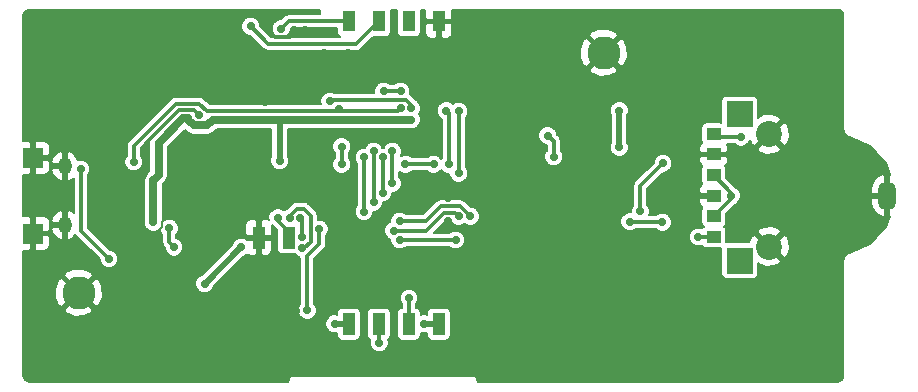
<source format=gtl>
G04 #@! TF.FileFunction,Copper,L1,Top,Signal*
%FSLAX46Y46*%
G04 Gerber Fmt 4.6, Leading zero omitted, Abs format (unit mm)*
G04 Created by KiCad (PCBNEW 4.0.2-stable) date 19/05/2016 18:52:09*
%MOMM*%
G01*
G04 APERTURE LIST*
%ADD10C,0.100000*%
%ADD11C,2.800000*%
%ADD12R,1.100000X1.900000*%
%ADD13R,1.100000X1.800000*%
%ADD14O,1.150000X1.400000*%
%ADD15R,1.700000X1.700000*%
%ADD16R,1.200000X1.000000*%
%ADD17R,2.200000X2.200000*%
%ADD18C,2.200000*%
%ADD19O,1.500000X2.500000*%
%ADD20C,0.700000*%
%ADD21C,0.500000*%
%ADD22C,0.300000*%
%ADD23C,0.200000*%
%ADD24C,0.700000*%
%ADD25C,0.190000*%
G04 APERTURE END LIST*
D10*
D11*
X149700000Y-71650000D03*
X105250000Y-91970000D03*
D12*
X135730000Y-94630000D03*
X133190000Y-94630000D03*
X130650000Y-94630000D03*
X128110000Y-94630000D03*
D13*
X135730000Y-68990000D03*
X133190000Y-68990000D03*
X130650000Y-68990000D03*
X128110000Y-68990000D03*
D12*
X123030000Y-87300000D03*
X120490000Y-87300000D03*
D14*
X104050000Y-86250000D03*
X104050000Y-81250000D03*
D15*
X101350000Y-86950000D03*
X101350000Y-80550000D03*
D16*
X159000000Y-83750000D03*
X159000000Y-85500000D03*
X159000000Y-87250000D03*
X159000000Y-82000000D03*
X159000000Y-80250000D03*
X159000000Y-78500000D03*
D17*
X161200000Y-76850000D03*
X161200000Y-89250000D03*
D18*
X163700000Y-88050000D03*
X163700000Y-78550000D03*
D19*
X173700000Y-83750000D03*
D20*
X151000000Y-79650000D03*
X151000000Y-76550000D03*
X113250000Y-74050000D03*
X121700000Y-68500000D03*
X123500000Y-69700000D03*
X144900000Y-75000000D03*
X143550000Y-75000000D03*
X141500000Y-76550000D03*
X136500000Y-85900000D03*
X121000000Y-75850000D03*
X110700000Y-89700000D03*
X142550000Y-88350000D03*
X151750000Y-82450000D03*
X153500000Y-77900000D03*
X106650000Y-74450000D03*
X124500000Y-73200000D03*
X122500000Y-73200000D03*
X126000000Y-71700000D03*
X128000000Y-71700000D03*
X130500000Y-71700000D03*
X132950000Y-71700000D03*
X124400000Y-69700000D03*
X117700000Y-69500000D03*
X108100000Y-81600000D03*
X115400000Y-76900000D03*
X143400000Y-73400000D03*
X154500000Y-74050000D03*
X154700000Y-70000000D03*
X154700000Y-68700000D03*
X151050000Y-68500000D03*
X134250000Y-71700000D03*
X145500000Y-69700000D03*
X144500000Y-69700000D03*
X143200000Y-69700000D03*
X142200000Y-69700000D03*
X140600000Y-72300000D03*
X140600000Y-70600000D03*
X139700000Y-69300000D03*
X139700000Y-68400000D03*
X120200000Y-97900000D03*
X123600000Y-93500000D03*
X121700000Y-87300000D03*
X114300000Y-85200000D03*
X118500000Y-85200000D03*
X114300000Y-81000000D03*
X116400000Y-83100000D03*
X118500000Y-81000000D03*
X110300000Y-76600000D03*
X142900000Y-82350000D03*
X119900000Y-73150000D03*
X120400000Y-79300000D03*
X136500000Y-83900000D03*
X136500000Y-82300000D03*
X105200000Y-89600000D03*
X105200000Y-88600000D03*
X111900000Y-89700000D03*
X107100000Y-83900000D03*
X145450000Y-80450000D03*
X144950000Y-78650000D03*
X132500000Y-76350000D03*
X127250000Y-76400000D03*
X109900000Y-80900000D03*
X137150000Y-87500000D03*
X132400000Y-87500000D03*
X133400000Y-77300000D03*
X115900000Y-91200000D03*
X122250000Y-80800000D03*
X119000000Y-88100000D03*
X111550000Y-86000000D03*
X111700000Y-82300000D03*
X114500000Y-77200000D03*
X112000000Y-79300000D03*
X134500000Y-94600000D03*
X126900000Y-94600000D03*
X119800000Y-69400000D03*
X124600000Y-93450000D03*
X125600000Y-86600000D03*
X131050000Y-74900000D03*
X132500000Y-74900000D03*
X131800000Y-80000000D03*
X131800000Y-82700000D03*
X105400000Y-81500000D03*
X107800000Y-89100000D03*
X130700000Y-96200000D03*
X136550000Y-81100000D03*
X136350000Y-76550000D03*
X135300000Y-81100000D03*
X132900000Y-81100000D03*
X129400000Y-80500000D03*
X129400000Y-85100000D03*
X130200000Y-80000000D03*
X130200000Y-84300000D03*
X131000000Y-80500000D03*
X131000000Y-83500000D03*
X138400000Y-85500000D03*
X132400000Y-85900000D03*
X133200000Y-92400000D03*
X122400000Y-69600000D03*
X122100000Y-85600000D03*
X160500000Y-83750000D03*
X154700000Y-81000000D03*
X123100000Y-85600000D03*
X124150000Y-88200000D03*
X152800000Y-85050000D03*
X151900000Y-85950000D03*
X154650000Y-86000000D03*
X113300000Y-88100000D03*
X112900000Y-86500000D03*
X124150000Y-87250000D03*
X124000000Y-85600000D03*
X157700000Y-87250000D03*
X161300000Y-78800000D03*
X137400000Y-81850000D03*
X137400000Y-76600000D03*
X131900000Y-86700000D03*
X137400000Y-85500000D03*
X133400000Y-76350000D03*
X126500000Y-75750000D03*
X127500000Y-79600000D03*
X127500000Y-81100000D03*
D21*
X151000000Y-79650000D02*
X151000000Y-76550000D01*
D22*
X121700000Y-68500000D02*
X121400000Y-68800000D01*
X123500000Y-70000000D02*
X123500000Y-69700000D01*
X123150000Y-70350000D02*
X123500000Y-70000000D01*
X121850000Y-70350000D02*
X123150000Y-70350000D01*
X121400000Y-69900000D02*
X121850000Y-70350000D01*
X121400000Y-68800000D02*
X121400000Y-69900000D01*
D23*
X114300000Y-85200000D02*
X113000000Y-85200000D01*
X110700000Y-87950000D02*
X110700000Y-89700000D01*
X112250000Y-86400000D02*
X110700000Y-87950000D01*
X112250000Y-85950000D02*
X112250000Y-86400000D01*
X113000000Y-85200000D02*
X112250000Y-85950000D01*
D22*
X115400000Y-76900000D02*
X115000000Y-76500000D01*
X108700000Y-82200000D02*
X108100000Y-81600000D01*
X110200000Y-82200000D02*
X108700000Y-82200000D01*
X110900000Y-81500000D02*
X110200000Y-82200000D01*
X110900000Y-79300000D02*
X110900000Y-81500000D01*
X113700000Y-76500000D02*
X110900000Y-79300000D01*
X115000000Y-76500000D02*
X113700000Y-76500000D01*
X121700000Y-87300000D02*
X120490000Y-87300000D01*
X116400000Y-83100000D02*
X114300000Y-85200000D01*
X116400000Y-83100000D02*
X118500000Y-85200000D01*
X116400000Y-83100000D02*
X114300000Y-81000000D01*
X116400000Y-83100000D02*
X118500000Y-81000000D01*
X145450000Y-79150000D02*
X144950000Y-78650000D01*
X145450000Y-80450000D02*
X145450000Y-79150000D01*
X132250000Y-76600000D02*
X132500000Y-76350000D01*
X127250000Y-76600000D02*
X132250000Y-76600000D01*
X127250000Y-76400000D02*
X127250000Y-76600000D01*
X127250000Y-76600000D02*
X116100000Y-76600000D01*
X115450000Y-75950000D02*
X113450000Y-75950000D01*
X113450000Y-75950000D02*
X109900000Y-79500000D01*
X109900000Y-79500000D02*
X109900000Y-80900000D01*
X116100000Y-76600000D02*
X115450000Y-75950000D01*
X137150000Y-87500000D02*
X132400000Y-87500000D01*
D24*
X122250000Y-77300000D02*
X133400000Y-77300000D01*
D21*
X119000000Y-88100000D02*
X115900000Y-91200000D01*
X122250000Y-77300000D02*
X122250000Y-80800000D01*
D24*
X114500000Y-77200000D02*
X114500000Y-77300000D01*
X116600000Y-77300000D02*
X122250000Y-77300000D01*
X116100000Y-77800000D02*
X116600000Y-77300000D01*
X115000000Y-77800000D02*
X116100000Y-77800000D01*
X114500000Y-77300000D02*
X115000000Y-77800000D01*
X114500000Y-77200000D02*
X114100000Y-77200000D01*
X114100000Y-77200000D02*
X112000000Y-79300000D01*
D21*
X111700000Y-82300000D02*
X111550000Y-82450000D01*
D24*
X111550000Y-82450000D02*
X111550000Y-86000000D01*
X112000000Y-79300000D02*
X112000000Y-82000000D01*
X112000000Y-82000000D02*
X111700000Y-82300000D01*
D21*
X134530000Y-94630000D02*
X135730000Y-94630000D01*
X134500000Y-94600000D02*
X134530000Y-94630000D01*
X126930000Y-94630000D02*
X128110000Y-94630000D01*
X126900000Y-94600000D02*
X126930000Y-94630000D01*
D22*
X119800000Y-69400000D02*
X121300000Y-70900000D01*
X128740000Y-70900000D02*
X130650000Y-68990000D01*
X121300000Y-70900000D02*
X128740000Y-70900000D01*
X130650000Y-68990000D02*
X130710000Y-68990000D01*
X125600000Y-87850000D02*
X125600000Y-86600000D01*
X124600000Y-88850000D02*
X125600000Y-87850000D01*
X124600000Y-93450000D02*
X124600000Y-88850000D01*
X131050000Y-74900000D02*
X132500000Y-74900000D01*
X131800000Y-80000000D02*
X131800000Y-82700000D01*
X105400000Y-81500000D02*
X105400000Y-86700000D01*
X105400000Y-86700000D02*
X107800000Y-89100000D01*
X130650000Y-96150000D02*
X130650000Y-94630000D01*
X130700000Y-96200000D02*
X130650000Y-96150000D01*
X136550000Y-76750000D02*
X136350000Y-76550000D01*
X136550000Y-76750000D02*
X136550000Y-81100000D01*
X132900000Y-81100000D02*
X135300000Y-81100000D01*
X129400000Y-80500000D02*
X129400000Y-85100000D01*
X130200000Y-80000000D02*
X130200000Y-84300000D01*
X131000000Y-80500000D02*
X131000000Y-83500000D01*
X135900000Y-84650000D02*
X134650000Y-85900000D01*
X137550000Y-84650000D02*
X135900000Y-84650000D01*
X138400000Y-85500000D02*
X137550000Y-84650000D01*
X132400000Y-85900000D02*
X134650000Y-85900000D01*
X133190000Y-92410000D02*
X133190000Y-94630000D01*
X133200000Y-92400000D02*
X133190000Y-92410000D01*
X128110000Y-68990000D02*
X123010000Y-68990000D01*
X123010000Y-68990000D02*
X122400000Y-69600000D01*
X128110000Y-68990000D02*
X128110000Y-68390000D01*
X122100000Y-85600000D02*
X122100000Y-85900000D01*
X122100000Y-85900000D02*
X123030000Y-86830000D01*
X123030000Y-86830000D02*
X123030000Y-87300000D01*
X123030000Y-86530000D02*
X123030000Y-87300000D01*
X159000000Y-85500000D02*
X160500000Y-84000000D01*
X160500000Y-84000000D02*
X160500000Y-83750000D01*
X160500000Y-83500000D02*
X159000000Y-82000000D01*
X160500000Y-83750000D02*
X160500000Y-83500000D01*
X152800000Y-82900000D02*
X152800000Y-85050000D01*
X154700000Y-81000000D02*
X152800000Y-82900000D01*
X123100000Y-85600000D02*
X123100000Y-85450000D01*
X123700000Y-84850000D02*
X124300000Y-84850000D01*
X123100000Y-85450000D02*
X123700000Y-84850000D01*
X124900000Y-85450000D02*
X124900000Y-87650000D01*
X124300000Y-84850000D02*
X124900000Y-85450000D01*
X124350000Y-88200000D02*
X124150000Y-88200000D01*
X124900000Y-87650000D02*
X124350000Y-88200000D01*
X151900000Y-85950000D02*
X151950000Y-86000000D01*
X151950000Y-86000000D02*
X154650000Y-86000000D01*
X112900000Y-87700000D02*
X113300000Y-88100000D01*
X112900000Y-86500000D02*
X112900000Y-87700000D01*
X124150000Y-85750000D02*
X124150000Y-87250000D01*
X124000000Y-85600000D02*
X124150000Y-85750000D01*
X157700000Y-87250000D02*
X159000000Y-87250000D01*
X161300000Y-78800000D02*
X159300000Y-78800000D01*
X159300000Y-78800000D02*
X159000000Y-78500000D01*
X137400000Y-76600000D02*
X137400000Y-81850000D01*
X131900000Y-86700000D02*
X134650000Y-86700000D01*
X136169998Y-85180002D02*
X137080002Y-85180002D01*
X134650000Y-86700000D02*
X136169998Y-85180002D01*
X137080002Y-85180002D02*
X137400000Y-85500000D01*
X132950000Y-75650000D02*
X133400000Y-76100000D01*
X133400000Y-76100000D02*
X133400000Y-76350000D01*
X126600000Y-75650000D02*
X132950000Y-75650000D01*
X126500000Y-75750000D02*
X126600000Y-75650000D01*
X127500000Y-81100000D02*
X127500000Y-79600000D01*
D25*
G36*
X125705000Y-68395000D02*
X123010000Y-68395000D01*
X122782303Y-68440292D01*
X122589271Y-68569271D01*
X122589269Y-68569274D01*
X122353584Y-68804959D01*
X122242558Y-68804862D01*
X121950257Y-68925639D01*
X121726425Y-69149081D01*
X121605138Y-69441171D01*
X121604862Y-69757442D01*
X121725639Y-70049743D01*
X121949081Y-70273575D01*
X122024760Y-70305000D01*
X121546457Y-70305000D01*
X120595041Y-69353583D01*
X120595138Y-69242558D01*
X120474361Y-68950257D01*
X120250919Y-68726425D01*
X119958829Y-68605138D01*
X119642558Y-68604862D01*
X119350257Y-68725639D01*
X119126425Y-68949081D01*
X119005138Y-69241171D01*
X119004862Y-69557442D01*
X119125639Y-69849743D01*
X119349081Y-70073575D01*
X119641171Y-70194862D01*
X119753502Y-70194960D01*
X120879269Y-71320726D01*
X120879271Y-71320729D01*
X121072303Y-71449708D01*
X121300000Y-71495000D01*
X128739995Y-71495000D01*
X128740000Y-71495001D01*
X128929919Y-71457223D01*
X128967697Y-71449708D01*
X129147898Y-71329302D01*
X147683096Y-71329302D01*
X147713898Y-72125550D01*
X147959349Y-72718122D01*
X148254818Y-72870322D01*
X149475140Y-71650000D01*
X149924860Y-71650000D01*
X151145182Y-72870322D01*
X151440651Y-72718122D01*
X151716904Y-71970698D01*
X151686102Y-71174450D01*
X151440651Y-70581878D01*
X151145182Y-70429678D01*
X149924860Y-71650000D01*
X149475140Y-71650000D01*
X148254818Y-70429678D01*
X147959349Y-70581878D01*
X147683096Y-71329302D01*
X129147898Y-71329302D01*
X129160729Y-71320729D01*
X129160730Y-71320728D01*
X130137739Y-70343718D01*
X131200000Y-70343718D01*
X131364907Y-70312689D01*
X131516364Y-70215229D01*
X131617971Y-70066522D01*
X131653718Y-69890000D01*
X131653718Y-68090000D01*
X131640547Y-68020000D01*
X132200458Y-68020000D01*
X132186282Y-68090000D01*
X132186282Y-69890000D01*
X132217311Y-70054907D01*
X132314771Y-70206364D01*
X132463478Y-70307971D01*
X132640000Y-70343718D01*
X133740000Y-70343718D01*
X133904907Y-70312689D01*
X134056364Y-70215229D01*
X134157971Y-70066522D01*
X134193718Y-69890000D01*
X134193718Y-69299750D01*
X134577000Y-69299750D01*
X134577000Y-70009944D01*
X134668801Y-70231572D01*
X134838428Y-70401199D01*
X135060056Y-70493000D01*
X135420250Y-70493000D01*
X135571000Y-70342250D01*
X135571000Y-69149000D01*
X135889000Y-69149000D01*
X135889000Y-70342250D01*
X136039750Y-70493000D01*
X136399944Y-70493000D01*
X136621572Y-70401199D01*
X136791199Y-70231572D01*
X136802280Y-70204818D01*
X148479678Y-70204818D01*
X149700000Y-71425140D01*
X150920322Y-70204818D01*
X150768122Y-69909349D01*
X150020698Y-69633096D01*
X149224450Y-69663898D01*
X148631878Y-69909349D01*
X148479678Y-70204818D01*
X136802280Y-70204818D01*
X136883000Y-70009944D01*
X136883000Y-69299750D01*
X136732250Y-69149000D01*
X135889000Y-69149000D01*
X135571000Y-69149000D01*
X134727750Y-69149000D01*
X134577000Y-69299750D01*
X134193718Y-69299750D01*
X134193718Y-68090000D01*
X134180547Y-68020000D01*
X134577000Y-68020000D01*
X134577000Y-68680250D01*
X134727750Y-68831000D01*
X135571000Y-68831000D01*
X135571000Y-68811000D01*
X135889000Y-68811000D01*
X135889000Y-68831000D01*
X136732250Y-68831000D01*
X136883000Y-68680250D01*
X136883000Y-68020000D01*
X169448787Y-68020000D01*
X169679789Y-68065949D01*
X169832209Y-68167793D01*
X169934051Y-68320211D01*
X169980000Y-68551213D01*
X169980000Y-78200000D01*
X169998439Y-78292700D01*
X170014361Y-78385892D01*
X170018185Y-78391965D01*
X170019583Y-78398995D01*
X170072095Y-78477586D01*
X170122467Y-78557587D01*
X170128318Y-78561730D01*
X170132304Y-78567696D01*
X170210910Y-78620218D01*
X170288047Y-78674843D01*
X172203204Y-79529700D01*
X173574310Y-80977288D01*
X173966301Y-82001359D01*
X173859000Y-82058310D01*
X173859000Y-83591000D01*
X173879000Y-83591000D01*
X173879000Y-83909000D01*
X173859000Y-83909000D01*
X173859000Y-85441690D01*
X173934487Y-85481755D01*
X173574310Y-86422712D01*
X172203204Y-87870300D01*
X170288047Y-88725157D01*
X170210910Y-88779782D01*
X170132304Y-88832304D01*
X170128318Y-88838270D01*
X170122467Y-88842413D01*
X170072095Y-88922414D01*
X170019583Y-89001005D01*
X170018185Y-89008035D01*
X170014361Y-89014108D01*
X169998439Y-89107300D01*
X169980000Y-89200000D01*
X169980000Y-98948787D01*
X169934051Y-99179789D01*
X169832209Y-99332207D01*
X169679789Y-99434051D01*
X169448787Y-99480000D01*
X139016022Y-99480000D01*
X138980417Y-99301005D01*
X138867696Y-99132304D01*
X138698995Y-99019583D01*
X138500000Y-98980000D01*
X123500000Y-98980000D01*
X123301005Y-99019583D01*
X123132304Y-99132304D01*
X123019583Y-99301005D01*
X122983978Y-99480000D01*
X101051213Y-99480000D01*
X100820211Y-99434051D01*
X100667793Y-99332209D01*
X100565949Y-99179789D01*
X100520000Y-98948787D01*
X100520000Y-94757442D01*
X126104862Y-94757442D01*
X126225639Y-95049743D01*
X126449081Y-95273575D01*
X126741171Y-95394862D01*
X127057442Y-95395138D01*
X127106282Y-95374958D01*
X127106282Y-95580000D01*
X127137311Y-95744907D01*
X127234771Y-95896364D01*
X127383478Y-95997971D01*
X127560000Y-96033718D01*
X128660000Y-96033718D01*
X128824907Y-96002689D01*
X128976364Y-95905229D01*
X129077971Y-95756522D01*
X129113718Y-95580000D01*
X129113718Y-93680000D01*
X129646282Y-93680000D01*
X129646282Y-95580000D01*
X129677311Y-95744907D01*
X129774771Y-95896364D01*
X129923165Y-95997757D01*
X129905138Y-96041171D01*
X129904862Y-96357442D01*
X130025639Y-96649743D01*
X130249081Y-96873575D01*
X130541171Y-96994862D01*
X130857442Y-96995138D01*
X131149743Y-96874361D01*
X131373575Y-96650919D01*
X131494862Y-96358829D01*
X131495138Y-96042558D01*
X131454771Y-95944863D01*
X131516364Y-95905229D01*
X131617971Y-95756522D01*
X131653718Y-95580000D01*
X131653718Y-93680000D01*
X132186282Y-93680000D01*
X132186282Y-95580000D01*
X132217311Y-95744907D01*
X132314771Y-95896364D01*
X132463478Y-95997971D01*
X132640000Y-96033718D01*
X133740000Y-96033718D01*
X133904907Y-96002689D01*
X134056364Y-95905229D01*
X134157971Y-95756522D01*
X134193718Y-95580000D01*
X134193718Y-95333634D01*
X134341171Y-95394862D01*
X134657442Y-95395138D01*
X134726282Y-95366694D01*
X134726282Y-95580000D01*
X134757311Y-95744907D01*
X134854771Y-95896364D01*
X135003478Y-95997971D01*
X135180000Y-96033718D01*
X136280000Y-96033718D01*
X136444907Y-96002689D01*
X136596364Y-95905229D01*
X136697971Y-95756522D01*
X136733718Y-95580000D01*
X136733718Y-93680000D01*
X136702689Y-93515093D01*
X136605229Y-93363636D01*
X136456522Y-93262029D01*
X136280000Y-93226282D01*
X135180000Y-93226282D01*
X135015093Y-93257311D01*
X134863636Y-93354771D01*
X134762029Y-93503478D01*
X134726282Y-93680000D01*
X134726282Y-93833147D01*
X134658829Y-93805138D01*
X134342558Y-93804862D01*
X134193718Y-93866362D01*
X134193718Y-93680000D01*
X134162689Y-93515093D01*
X134065229Y-93363636D01*
X133916522Y-93262029D01*
X133785000Y-93235395D01*
X133785000Y-92939340D01*
X133873575Y-92850919D01*
X133994862Y-92558829D01*
X133995138Y-92242558D01*
X133874361Y-91950257D01*
X133650919Y-91726425D01*
X133358829Y-91605138D01*
X133042558Y-91604862D01*
X132750257Y-91725639D01*
X132526425Y-91949081D01*
X132405138Y-92241171D01*
X132404862Y-92557442D01*
X132525639Y-92849743D01*
X132595000Y-92919225D01*
X132595000Y-93234749D01*
X132475093Y-93257311D01*
X132323636Y-93354771D01*
X132222029Y-93503478D01*
X132186282Y-93680000D01*
X131653718Y-93680000D01*
X131622689Y-93515093D01*
X131525229Y-93363636D01*
X131376522Y-93262029D01*
X131200000Y-93226282D01*
X130100000Y-93226282D01*
X129935093Y-93257311D01*
X129783636Y-93354771D01*
X129682029Y-93503478D01*
X129646282Y-93680000D01*
X129113718Y-93680000D01*
X129082689Y-93515093D01*
X128985229Y-93363636D01*
X128836522Y-93262029D01*
X128660000Y-93226282D01*
X127560000Y-93226282D01*
X127395093Y-93257311D01*
X127243636Y-93354771D01*
X127142029Y-93503478D01*
X127106282Y-93680000D01*
X127106282Y-93824842D01*
X127058829Y-93805138D01*
X126742558Y-93804862D01*
X126450257Y-93925639D01*
X126226425Y-94149081D01*
X126105138Y-94441171D01*
X126104862Y-94757442D01*
X100520000Y-94757442D01*
X100520000Y-93415182D01*
X104029678Y-93415182D01*
X104181878Y-93710651D01*
X104929302Y-93986904D01*
X105725550Y-93956102D01*
X106318122Y-93710651D01*
X106470322Y-93415182D01*
X105250000Y-92194860D01*
X104029678Y-93415182D01*
X100520000Y-93415182D01*
X100520000Y-91649302D01*
X103233096Y-91649302D01*
X103263898Y-92445550D01*
X103509349Y-93038122D01*
X103804818Y-93190322D01*
X105025140Y-91970000D01*
X105474860Y-91970000D01*
X106695182Y-93190322D01*
X106990651Y-93038122D01*
X107266904Y-92290698D01*
X107236102Y-91494450D01*
X107179352Y-91357442D01*
X115104862Y-91357442D01*
X115225639Y-91649743D01*
X115449081Y-91873575D01*
X115741171Y-91994862D01*
X116057442Y-91995138D01*
X116349743Y-91874361D01*
X116573575Y-91650919D01*
X116674136Y-91408742D01*
X119209074Y-88873804D01*
X119449743Y-88774361D01*
X119530737Y-88693508D01*
X119598428Y-88761199D01*
X119820056Y-88853000D01*
X120180250Y-88853000D01*
X120331000Y-88702250D01*
X120331000Y-87459000D01*
X120649000Y-87459000D01*
X120649000Y-88702250D01*
X120799750Y-88853000D01*
X121159944Y-88853000D01*
X121381572Y-88761199D01*
X121551199Y-88591572D01*
X121643000Y-88369944D01*
X121643000Y-87609750D01*
X121492250Y-87459000D01*
X120649000Y-87459000D01*
X120331000Y-87459000D01*
X119487750Y-87459000D01*
X119485592Y-87461158D01*
X119450919Y-87426425D01*
X119158829Y-87305138D01*
X118842558Y-87304862D01*
X118550257Y-87425639D01*
X118326425Y-87649081D01*
X118225864Y-87891258D01*
X115690926Y-90426196D01*
X115450257Y-90525639D01*
X115226425Y-90749081D01*
X115105138Y-91041171D01*
X115104862Y-91357442D01*
X107179352Y-91357442D01*
X106990651Y-90901878D01*
X106695182Y-90749678D01*
X105474860Y-91970000D01*
X105025140Y-91970000D01*
X103804818Y-90749678D01*
X103509349Y-90901878D01*
X103233096Y-91649302D01*
X100520000Y-91649302D01*
X100520000Y-90524818D01*
X104029678Y-90524818D01*
X105250000Y-91745140D01*
X106470322Y-90524818D01*
X106318122Y-90229349D01*
X105570698Y-89953096D01*
X104774450Y-89983898D01*
X104181878Y-90229349D01*
X104029678Y-90524818D01*
X100520000Y-90524818D01*
X100520000Y-88403000D01*
X101040250Y-88403000D01*
X101191000Y-88252250D01*
X101191000Y-87109000D01*
X101509000Y-87109000D01*
X101509000Y-88252250D01*
X101659750Y-88403000D01*
X102319944Y-88403000D01*
X102541572Y-88311199D01*
X102711199Y-88141572D01*
X102803000Y-87919944D01*
X102803000Y-87259750D01*
X102652250Y-87109000D01*
X101509000Y-87109000D01*
X101191000Y-87109000D01*
X101171000Y-87109000D01*
X101171000Y-86791000D01*
X101191000Y-86791000D01*
X101191000Y-85647750D01*
X101509000Y-85647750D01*
X101509000Y-86791000D01*
X102652250Y-86791000D01*
X102803000Y-86640250D01*
X102803000Y-86592502D01*
X102894088Y-86592502D01*
X103065311Y-87018294D01*
X103386444Y-87346150D01*
X103710364Y-87502977D01*
X103891000Y-87389870D01*
X103891000Y-86409000D01*
X103025044Y-86409000D01*
X102894088Y-86592502D01*
X102803000Y-86592502D01*
X102803000Y-85980056D01*
X102772946Y-85907498D01*
X102894088Y-85907498D01*
X103025044Y-86091000D01*
X103891000Y-86091000D01*
X103891000Y-85110130D01*
X103710364Y-84997023D01*
X103386444Y-85153850D01*
X103065311Y-85481706D01*
X102894088Y-85907498D01*
X102772946Y-85907498D01*
X102711199Y-85758428D01*
X102541572Y-85588801D01*
X102319944Y-85497000D01*
X101659750Y-85497000D01*
X101509000Y-85647750D01*
X101191000Y-85647750D01*
X101040250Y-85497000D01*
X100520000Y-85497000D01*
X100520000Y-82003000D01*
X101040250Y-82003000D01*
X101191000Y-81852250D01*
X101191000Y-80709000D01*
X101509000Y-80709000D01*
X101509000Y-81852250D01*
X101659750Y-82003000D01*
X102319944Y-82003000D01*
X102541572Y-81911199D01*
X102711199Y-81741572D01*
X102772945Y-81592502D01*
X102894088Y-81592502D01*
X103065311Y-82018294D01*
X103386444Y-82346150D01*
X103710364Y-82502977D01*
X103891000Y-82389870D01*
X103891000Y-81409000D01*
X103025044Y-81409000D01*
X102894088Y-81592502D01*
X102772945Y-81592502D01*
X102803000Y-81519944D01*
X102803000Y-80907498D01*
X102894088Y-80907498D01*
X103025044Y-81091000D01*
X103891000Y-81091000D01*
X103891000Y-80110130D01*
X104209000Y-80110130D01*
X104209000Y-81091000D01*
X104229000Y-81091000D01*
X104229000Y-81409000D01*
X104209000Y-81409000D01*
X104209000Y-82389870D01*
X104389636Y-82502977D01*
X104713556Y-82346150D01*
X104805000Y-82252792D01*
X104805000Y-85247208D01*
X104713556Y-85153850D01*
X104389636Y-84997023D01*
X104209000Y-85110130D01*
X104209000Y-86091000D01*
X104229000Y-86091000D01*
X104229000Y-86409000D01*
X104209000Y-86409000D01*
X104209000Y-87389870D01*
X104389636Y-87502977D01*
X104713556Y-87346150D01*
X104961056Y-87093468D01*
X104979271Y-87120729D01*
X107004959Y-89146416D01*
X107004862Y-89257442D01*
X107125639Y-89549743D01*
X107349081Y-89773575D01*
X107641171Y-89894862D01*
X107957442Y-89895138D01*
X108249743Y-89774361D01*
X108473575Y-89550919D01*
X108594862Y-89258829D01*
X108595138Y-88942558D01*
X108474361Y-88650257D01*
X108250919Y-88426425D01*
X107958829Y-88305138D01*
X107846497Y-88305040D01*
X105995000Y-86453542D01*
X105995000Y-82029357D01*
X106073575Y-81950919D01*
X106194862Y-81658829D01*
X106195138Y-81342558D01*
X106077330Y-81057442D01*
X109104862Y-81057442D01*
X109225639Y-81349743D01*
X109449081Y-81573575D01*
X109741171Y-81694862D01*
X110057442Y-81695138D01*
X110349743Y-81574361D01*
X110573575Y-81350919D01*
X110694862Y-81058829D01*
X110695138Y-80742558D01*
X110574361Y-80450257D01*
X110495000Y-80370757D01*
X110495000Y-79746458D01*
X111279593Y-78961865D01*
X111205138Y-79141171D01*
X111204862Y-79457442D01*
X111205000Y-79457776D01*
X111205000Y-81670700D01*
X111137850Y-81737850D01*
X111026425Y-81849081D01*
X111018957Y-81867065D01*
X110987850Y-81887850D01*
X110815516Y-82145767D01*
X110755000Y-82450000D01*
X110755000Y-85999307D01*
X110754862Y-86157442D01*
X110875639Y-86449743D01*
X111099081Y-86673575D01*
X111391171Y-86794862D01*
X111707442Y-86795138D01*
X111999743Y-86674361D01*
X112104939Y-86569348D01*
X112104862Y-86657442D01*
X112225639Y-86949743D01*
X112305000Y-87029243D01*
X112305000Y-87699995D01*
X112304999Y-87700000D01*
X112340346Y-87877696D01*
X112350292Y-87927697D01*
X112450518Y-88077697D01*
X112479271Y-88120729D01*
X112504959Y-88146417D01*
X112504862Y-88257442D01*
X112625639Y-88549743D01*
X112849081Y-88773575D01*
X113141171Y-88894862D01*
X113457442Y-88895138D01*
X113749743Y-88774361D01*
X113973575Y-88550919D01*
X114094862Y-88258829D01*
X114095138Y-87942558D01*
X113974361Y-87650257D01*
X113750919Y-87426425D01*
X113495000Y-87320158D01*
X113495000Y-87029357D01*
X113573575Y-86950919D01*
X113694862Y-86658829D01*
X113695138Y-86342558D01*
X113648653Y-86230056D01*
X119337000Y-86230056D01*
X119337000Y-86990250D01*
X119487750Y-87141000D01*
X120331000Y-87141000D01*
X120331000Y-85897750D01*
X120649000Y-85897750D01*
X120649000Y-87141000D01*
X121492250Y-87141000D01*
X121643000Y-86990250D01*
X121643000Y-86267483D01*
X121645098Y-86269585D01*
X121646914Y-86272303D01*
X121679271Y-86320729D01*
X122026282Y-86667740D01*
X122026282Y-88250000D01*
X122057311Y-88414907D01*
X122154771Y-88566364D01*
X122303478Y-88667971D01*
X122480000Y-88703718D01*
X123529520Y-88703718D01*
X123699081Y-88873575D01*
X123991171Y-88994862D01*
X124005000Y-88994874D01*
X124005000Y-92920643D01*
X123926425Y-92999081D01*
X123805138Y-93291171D01*
X123804862Y-93607442D01*
X123925639Y-93899743D01*
X124149081Y-94123575D01*
X124441171Y-94244862D01*
X124757442Y-94245138D01*
X125049743Y-94124361D01*
X125273575Y-93900919D01*
X125394862Y-93608829D01*
X125395138Y-93292558D01*
X125274361Y-93000257D01*
X125195000Y-92920757D01*
X125195000Y-89096458D01*
X126020726Y-88270731D01*
X126020729Y-88270729D01*
X126149708Y-88077697D01*
X126149709Y-88077696D01*
X126195001Y-87850000D01*
X126195000Y-87849995D01*
X126195000Y-87129357D01*
X126273575Y-87050919D01*
X126353914Y-86857442D01*
X131104862Y-86857442D01*
X131225639Y-87149743D01*
X131449081Y-87373575D01*
X131605053Y-87438341D01*
X131604862Y-87657442D01*
X131725639Y-87949743D01*
X131949081Y-88173575D01*
X132241171Y-88294862D01*
X132557442Y-88295138D01*
X132849743Y-88174361D01*
X132929243Y-88095000D01*
X136620643Y-88095000D01*
X136699081Y-88173575D01*
X136991171Y-88294862D01*
X137307442Y-88295138D01*
X137599743Y-88174361D01*
X137823575Y-87950919D01*
X137944862Y-87658829D01*
X137945081Y-87407442D01*
X156904862Y-87407442D01*
X157025639Y-87699743D01*
X157249081Y-87923575D01*
X157541171Y-88044862D01*
X157857442Y-88045138D01*
X158018334Y-87978658D01*
X158074771Y-88066364D01*
X158223478Y-88167971D01*
X158400000Y-88203718D01*
X159600000Y-88203718D01*
X159646282Y-88195010D01*
X159646282Y-90350000D01*
X159677311Y-90514907D01*
X159774771Y-90666364D01*
X159923478Y-90767971D01*
X160100000Y-90803718D01*
X162300000Y-90803718D01*
X162464907Y-90772689D01*
X162616364Y-90675229D01*
X162717971Y-90526522D01*
X162753718Y-90350000D01*
X162753718Y-89408126D01*
X162812312Y-89542304D01*
X163450963Y-89768412D01*
X164127527Y-89732908D01*
X164587688Y-89542304D01*
X164703117Y-89277977D01*
X163700000Y-88274860D01*
X163685858Y-88289003D01*
X163460998Y-88064143D01*
X163475140Y-88050000D01*
X163924860Y-88050000D01*
X164927977Y-89053117D01*
X165192304Y-88937688D01*
X165418412Y-88299037D01*
X165382908Y-87622473D01*
X165192304Y-87162312D01*
X164927977Y-87046883D01*
X163924860Y-88050000D01*
X163475140Y-88050000D01*
X162472023Y-87046883D01*
X162207696Y-87162312D01*
X162018649Y-87696282D01*
X160100000Y-87696282D01*
X160053718Y-87704990D01*
X160053718Y-86822023D01*
X162696883Y-86822023D01*
X163700000Y-87825140D01*
X164703117Y-86822023D01*
X164587688Y-86557696D01*
X163949037Y-86331588D01*
X163272473Y-86367092D01*
X162812312Y-86557696D01*
X162696883Y-86822023D01*
X160053718Y-86822023D01*
X160053718Y-86750000D01*
X160022689Y-86585093D01*
X159925229Y-86433636D01*
X159839221Y-86374869D01*
X159916364Y-86325229D01*
X160017971Y-86176522D01*
X160053718Y-86000000D01*
X160053718Y-85287740D01*
X160894108Y-84447349D01*
X160949743Y-84424361D01*
X161173575Y-84200919D01*
X161294790Y-83909000D01*
X172347000Y-83909000D01*
X172347000Y-84409000D01*
X172510838Y-84914668D01*
X172855715Y-85319146D01*
X173332768Y-85552210D01*
X173541000Y-85441690D01*
X173541000Y-83909000D01*
X172347000Y-83909000D01*
X161294790Y-83909000D01*
X161294862Y-83908829D01*
X161295138Y-83592558D01*
X161174361Y-83300257D01*
X160965469Y-83091000D01*
X172347000Y-83091000D01*
X172347000Y-83591000D01*
X173541000Y-83591000D01*
X173541000Y-82058310D01*
X173332768Y-81947790D01*
X172855715Y-82180854D01*
X172510838Y-82585332D01*
X172347000Y-83091000D01*
X160965469Y-83091000D01*
X160950919Y-83076425D01*
X160894422Y-83052965D01*
X160053718Y-82212260D01*
X160053718Y-81500000D01*
X160022689Y-81335093D01*
X159961997Y-81240774D01*
X160111199Y-81091572D01*
X160203000Y-80869944D01*
X160203000Y-80559750D01*
X160052250Y-80409000D01*
X159159000Y-80409000D01*
X159159000Y-80429000D01*
X158841000Y-80429000D01*
X158841000Y-80409000D01*
X157947750Y-80409000D01*
X157797000Y-80559750D01*
X157797000Y-80869944D01*
X157888801Y-81091572D01*
X158038321Y-81241092D01*
X157982029Y-81323478D01*
X157946282Y-81500000D01*
X157946282Y-82500000D01*
X157977311Y-82664907D01*
X158038003Y-82759226D01*
X157888801Y-82908428D01*
X157797000Y-83130056D01*
X157797000Y-83440250D01*
X157947750Y-83591000D01*
X158841000Y-83591000D01*
X158841000Y-83571000D01*
X159159000Y-83571000D01*
X159159000Y-83591000D01*
X159179000Y-83591000D01*
X159179000Y-83909000D01*
X159159000Y-83909000D01*
X159159000Y-83929000D01*
X158841000Y-83929000D01*
X158841000Y-83909000D01*
X157947750Y-83909000D01*
X157797000Y-84059750D01*
X157797000Y-84369944D01*
X157888801Y-84591572D01*
X158038321Y-84741092D01*
X157982029Y-84823478D01*
X157946282Y-85000000D01*
X157946282Y-86000000D01*
X157977311Y-86164907D01*
X158074771Y-86316364D01*
X158160779Y-86375131D01*
X158083636Y-86424771D01*
X158017787Y-86521144D01*
X157858829Y-86455138D01*
X157542558Y-86454862D01*
X157250257Y-86575639D01*
X157026425Y-86799081D01*
X156905138Y-87091171D01*
X156904862Y-87407442D01*
X137945081Y-87407442D01*
X137945138Y-87342558D01*
X137824361Y-87050257D01*
X137600919Y-86826425D01*
X137308829Y-86705138D01*
X136992558Y-86704862D01*
X136700257Y-86825639D01*
X136620757Y-86905000D01*
X135286458Y-86905000D01*
X136416455Y-85775002D01*
X136653437Y-85775002D01*
X136725639Y-85949743D01*
X136949081Y-86173575D01*
X137241171Y-86294862D01*
X137557442Y-86295138D01*
X137849743Y-86174361D01*
X137899892Y-86124300D01*
X137949081Y-86173575D01*
X138241171Y-86294862D01*
X138557442Y-86295138D01*
X138849743Y-86174361D01*
X138916778Y-86107442D01*
X151104862Y-86107442D01*
X151225639Y-86399743D01*
X151449081Y-86623575D01*
X151741171Y-86744862D01*
X152057442Y-86745138D01*
X152349743Y-86624361D01*
X152379155Y-86595000D01*
X154120643Y-86595000D01*
X154199081Y-86673575D01*
X154491171Y-86794862D01*
X154807442Y-86795138D01*
X155099743Y-86674361D01*
X155323575Y-86450919D01*
X155444862Y-86158829D01*
X155445138Y-85842558D01*
X155324361Y-85550257D01*
X155100919Y-85326425D01*
X154808829Y-85205138D01*
X154492558Y-85204862D01*
X154200257Y-85325639D01*
X154120757Y-85405000D01*
X153513404Y-85405000D01*
X153594862Y-85208829D01*
X153595138Y-84892558D01*
X153474361Y-84600257D01*
X153395000Y-84520757D01*
X153395000Y-83146458D01*
X154746416Y-81795041D01*
X154857442Y-81795138D01*
X155149743Y-81674361D01*
X155373575Y-81450919D01*
X155494862Y-81158829D01*
X155495138Y-80842558D01*
X155374361Y-80550257D01*
X155150919Y-80326425D01*
X154858829Y-80205138D01*
X154542558Y-80204862D01*
X154250257Y-80325639D01*
X154026425Y-80549081D01*
X153905138Y-80841171D01*
X153905040Y-80953503D01*
X152379271Y-82479271D01*
X152250292Y-82672303D01*
X152250292Y-82672304D01*
X152204999Y-82900000D01*
X152205000Y-82900005D01*
X152205000Y-84520643D01*
X152126425Y-84599081D01*
X152005138Y-84891171D01*
X152004908Y-85155091D01*
X151742558Y-85154862D01*
X151450257Y-85275639D01*
X151226425Y-85499081D01*
X151105138Y-85791171D01*
X151104862Y-86107442D01*
X138916778Y-86107442D01*
X139073575Y-85950919D01*
X139194862Y-85658829D01*
X139195138Y-85342558D01*
X139074361Y-85050257D01*
X138850919Y-84826425D01*
X138558829Y-84705138D01*
X138446497Y-84705040D01*
X137970729Y-84229271D01*
X137889603Y-84175065D01*
X137777697Y-84100292D01*
X137739919Y-84092777D01*
X137550000Y-84054999D01*
X137549995Y-84055000D01*
X135900005Y-84055000D01*
X135900000Y-84054999D01*
X135710081Y-84092777D01*
X135672303Y-84100292D01*
X135560397Y-84175065D01*
X135479271Y-84229271D01*
X134403542Y-85305000D01*
X132929357Y-85305000D01*
X132850919Y-85226425D01*
X132558829Y-85105138D01*
X132242558Y-85104862D01*
X131950257Y-85225639D01*
X131726425Y-85449081D01*
X131605138Y-85741171D01*
X131604946Y-85961723D01*
X131450257Y-86025639D01*
X131226425Y-86249081D01*
X131105138Y-86541171D01*
X131104862Y-86857442D01*
X126353914Y-86857442D01*
X126394862Y-86758829D01*
X126395138Y-86442558D01*
X126274361Y-86150257D01*
X126050919Y-85926425D01*
X125758829Y-85805138D01*
X125495000Y-85804908D01*
X125495000Y-85450005D01*
X125495001Y-85450000D01*
X125450528Y-85226425D01*
X125449708Y-85222303D01*
X125320729Y-85029271D01*
X125320726Y-85029269D01*
X124720729Y-84429271D01*
X124690391Y-84409000D01*
X124527697Y-84300292D01*
X124487629Y-84292322D01*
X124300000Y-84254999D01*
X124299995Y-84255000D01*
X123700005Y-84255000D01*
X123700000Y-84254999D01*
X123512371Y-84292322D01*
X123472303Y-84300292D01*
X123279271Y-84429271D01*
X123279269Y-84429274D01*
X122876305Y-84832237D01*
X122650257Y-84925639D01*
X122600108Y-84975700D01*
X122550919Y-84926425D01*
X122258829Y-84805138D01*
X121942558Y-84804862D01*
X121650257Y-84925639D01*
X121426425Y-85149081D01*
X121305138Y-85441171D01*
X121304862Y-85757442D01*
X121329581Y-85817266D01*
X121159944Y-85747000D01*
X120799750Y-85747000D01*
X120649000Y-85897750D01*
X120331000Y-85897750D01*
X120180250Y-85747000D01*
X119820056Y-85747000D01*
X119598428Y-85838801D01*
X119428801Y-86008428D01*
X119337000Y-86230056D01*
X113648653Y-86230056D01*
X113574361Y-86050257D01*
X113350919Y-85826425D01*
X113058829Y-85705138D01*
X112742558Y-85704862D01*
X112450257Y-85825639D01*
X112345061Y-85930652D01*
X112345138Y-85842558D01*
X112345000Y-85842224D01*
X112345000Y-82779444D01*
X112373575Y-82750919D01*
X112373713Y-82750587D01*
X112562150Y-82562150D01*
X112734484Y-82304233D01*
X112795000Y-82000000D01*
X112795000Y-79629300D01*
X114250000Y-78174300D01*
X114437850Y-78362150D01*
X114695767Y-78534484D01*
X115000000Y-78595000D01*
X116100000Y-78595000D01*
X116404233Y-78534484D01*
X116662150Y-78362150D01*
X116929300Y-78095000D01*
X121555000Y-78095000D01*
X121555000Y-80400678D01*
X121455138Y-80641171D01*
X121454862Y-80957442D01*
X121575639Y-81249743D01*
X121799081Y-81473575D01*
X122091171Y-81594862D01*
X122407442Y-81595138D01*
X122699743Y-81474361D01*
X122923575Y-81250919D01*
X123044862Y-80958829D01*
X123045138Y-80642558D01*
X122945000Y-80400207D01*
X122945000Y-79757442D01*
X126704862Y-79757442D01*
X126825639Y-80049743D01*
X126905000Y-80129243D01*
X126905000Y-80570643D01*
X126826425Y-80649081D01*
X126705138Y-80941171D01*
X126704862Y-81257442D01*
X126825639Y-81549743D01*
X127049081Y-81773575D01*
X127341171Y-81894862D01*
X127657442Y-81895138D01*
X127949743Y-81774361D01*
X128173575Y-81550919D01*
X128294862Y-81258829D01*
X128295138Y-80942558D01*
X128177330Y-80657442D01*
X128604862Y-80657442D01*
X128725639Y-80949743D01*
X128805000Y-81029243D01*
X128805000Y-84570643D01*
X128726425Y-84649081D01*
X128605138Y-84941171D01*
X128604862Y-85257442D01*
X128725639Y-85549743D01*
X128949081Y-85773575D01*
X129241171Y-85894862D01*
X129557442Y-85895138D01*
X129849743Y-85774361D01*
X130073575Y-85550919D01*
X130194862Y-85258829D01*
X130195005Y-85094996D01*
X130357442Y-85095138D01*
X130649743Y-84974361D01*
X130873575Y-84750919D01*
X130994862Y-84458829D01*
X130995005Y-84294996D01*
X131157442Y-84295138D01*
X131449743Y-84174361D01*
X131673575Y-83950919D01*
X131794862Y-83658829D01*
X131795005Y-83494996D01*
X131957442Y-83495138D01*
X132249743Y-83374361D01*
X132473575Y-83150919D01*
X132594862Y-82858829D01*
X132595138Y-82542558D01*
X132474361Y-82250257D01*
X132395000Y-82170757D01*
X132395000Y-81719400D01*
X132449081Y-81773575D01*
X132741171Y-81894862D01*
X133057442Y-81895138D01*
X133349743Y-81774361D01*
X133429243Y-81695000D01*
X134770643Y-81695000D01*
X134849081Y-81773575D01*
X135141171Y-81894862D01*
X135457442Y-81895138D01*
X135749743Y-81774361D01*
X135925110Y-81599300D01*
X136099081Y-81773575D01*
X136391171Y-81894862D01*
X136604960Y-81895049D01*
X136604862Y-82007442D01*
X136725639Y-82299743D01*
X136949081Y-82523575D01*
X137241171Y-82644862D01*
X137557442Y-82645138D01*
X137849743Y-82524361D01*
X138073575Y-82300919D01*
X138194862Y-82008829D01*
X138195138Y-81692558D01*
X138074361Y-81400257D01*
X137995000Y-81320757D01*
X137995000Y-78807442D01*
X144154862Y-78807442D01*
X144275639Y-79099743D01*
X144499081Y-79323575D01*
X144791171Y-79444862D01*
X144855000Y-79444918D01*
X144855000Y-79920643D01*
X144776425Y-79999081D01*
X144655138Y-80291171D01*
X144654862Y-80607442D01*
X144775639Y-80899743D01*
X144999081Y-81123575D01*
X145291171Y-81244862D01*
X145607442Y-81245138D01*
X145899743Y-81124361D01*
X146123575Y-80900919D01*
X146244862Y-80608829D01*
X146245138Y-80292558D01*
X146124361Y-80000257D01*
X146045000Y-79920757D01*
X146045000Y-79150005D01*
X146045001Y-79150000D01*
X145999709Y-78922304D01*
X145950783Y-78849081D01*
X145870729Y-78729271D01*
X145870726Y-78729269D01*
X145745041Y-78603584D01*
X145745138Y-78492558D01*
X145624361Y-78200257D01*
X145400919Y-77976425D01*
X145108829Y-77855138D01*
X144792558Y-77854862D01*
X144500257Y-77975639D01*
X144276425Y-78199081D01*
X144155138Y-78491171D01*
X144154862Y-78807442D01*
X137995000Y-78807442D01*
X137995000Y-77129357D01*
X138073575Y-77050919D01*
X138194862Y-76758829D01*
X138194906Y-76707442D01*
X150204862Y-76707442D01*
X150305000Y-76949793D01*
X150305000Y-79250678D01*
X150205138Y-79491171D01*
X150204862Y-79807442D01*
X150325639Y-80099743D01*
X150549081Y-80323575D01*
X150841171Y-80444862D01*
X151157442Y-80445138D01*
X151449743Y-80324361D01*
X151673575Y-80100919D01*
X151794862Y-79808829D01*
X151795018Y-79630056D01*
X157797000Y-79630056D01*
X157797000Y-79940250D01*
X157947750Y-80091000D01*
X158841000Y-80091000D01*
X158841000Y-80071000D01*
X159159000Y-80071000D01*
X159159000Y-80091000D01*
X160052250Y-80091000D01*
X160203000Y-79940250D01*
X160203000Y-79777977D01*
X162696883Y-79777977D01*
X162812312Y-80042304D01*
X163450963Y-80268412D01*
X164127527Y-80232908D01*
X164587688Y-80042304D01*
X164703117Y-79777977D01*
X163700000Y-78774860D01*
X162696883Y-79777977D01*
X160203000Y-79777977D01*
X160203000Y-79630056D01*
X160111199Y-79408428D01*
X160097771Y-79395000D01*
X160770643Y-79395000D01*
X160849081Y-79473575D01*
X161141171Y-79594862D01*
X161457442Y-79595138D01*
X161749743Y-79474361D01*
X161973575Y-79250919D01*
X162052052Y-79061927D01*
X162207696Y-79437688D01*
X162472023Y-79553117D01*
X163475140Y-78550000D01*
X163924860Y-78550000D01*
X164927977Y-79553117D01*
X165192304Y-79437688D01*
X165418412Y-78799037D01*
X165382908Y-78122473D01*
X165192304Y-77662312D01*
X164927977Y-77546883D01*
X163924860Y-78550000D01*
X163475140Y-78550000D01*
X163460998Y-78535858D01*
X163685858Y-78310998D01*
X163700000Y-78325140D01*
X164703117Y-77322023D01*
X164587688Y-77057696D01*
X163949037Y-76831588D01*
X163272473Y-76867092D01*
X162812312Y-77057696D01*
X162753718Y-77191874D01*
X162753718Y-75750000D01*
X162722689Y-75585093D01*
X162625229Y-75433636D01*
X162476522Y-75332029D01*
X162300000Y-75296282D01*
X160100000Y-75296282D01*
X159935093Y-75327311D01*
X159783636Y-75424771D01*
X159682029Y-75573478D01*
X159646282Y-75750000D01*
X159646282Y-77555654D01*
X159600000Y-77546282D01*
X158400000Y-77546282D01*
X158235093Y-77577311D01*
X158083636Y-77674771D01*
X157982029Y-77823478D01*
X157946282Y-78000000D01*
X157946282Y-79000000D01*
X157977311Y-79164907D01*
X158038003Y-79259226D01*
X157888801Y-79408428D01*
X157797000Y-79630056D01*
X151795018Y-79630056D01*
X151795138Y-79492558D01*
X151695000Y-79250207D01*
X151695000Y-76949322D01*
X151794862Y-76708829D01*
X151795138Y-76392558D01*
X151674361Y-76100257D01*
X151450919Y-75876425D01*
X151158829Y-75755138D01*
X150842558Y-75754862D01*
X150550257Y-75875639D01*
X150326425Y-76099081D01*
X150205138Y-76391171D01*
X150204862Y-76707442D01*
X138194906Y-76707442D01*
X138195138Y-76442558D01*
X138074361Y-76150257D01*
X137850919Y-75926425D01*
X137558829Y-75805138D01*
X137242558Y-75804862D01*
X136950257Y-75925639D01*
X136900065Y-75975744D01*
X136800919Y-75876425D01*
X136508829Y-75755138D01*
X136192558Y-75754862D01*
X135900257Y-75875639D01*
X135676425Y-76099081D01*
X135555138Y-76391171D01*
X135554862Y-76707442D01*
X135675639Y-76999743D01*
X135899081Y-77223575D01*
X135955000Y-77246795D01*
X135955000Y-80570643D01*
X135924890Y-80600700D01*
X135750919Y-80426425D01*
X135458829Y-80305138D01*
X135142558Y-80304862D01*
X134850257Y-80425639D01*
X134770757Y-80505000D01*
X133429357Y-80505000D01*
X133350919Y-80426425D01*
X133058829Y-80305138D01*
X132742558Y-80304862D01*
X132491076Y-80408773D01*
X132594862Y-80158829D01*
X132595138Y-79842558D01*
X132474361Y-79550257D01*
X132250919Y-79326425D01*
X131958829Y-79205138D01*
X131642558Y-79204862D01*
X131350257Y-79325639D01*
X131126425Y-79549081D01*
X131061659Y-79705053D01*
X130938277Y-79704946D01*
X130874361Y-79550257D01*
X130650919Y-79326425D01*
X130358829Y-79205138D01*
X130042558Y-79204862D01*
X129750257Y-79325639D01*
X129526425Y-79549081D01*
X129461659Y-79705053D01*
X129242558Y-79704862D01*
X128950257Y-79825639D01*
X128726425Y-80049081D01*
X128605138Y-80341171D01*
X128604862Y-80657442D01*
X128177330Y-80657442D01*
X128174361Y-80650257D01*
X128095000Y-80570757D01*
X128095000Y-80129357D01*
X128173575Y-80050919D01*
X128294862Y-79758829D01*
X128295138Y-79442558D01*
X128174361Y-79150257D01*
X127950919Y-78926425D01*
X127658829Y-78805138D01*
X127342558Y-78804862D01*
X127050257Y-78925639D01*
X126826425Y-79149081D01*
X126705138Y-79441171D01*
X126704862Y-79757442D01*
X122945000Y-79757442D01*
X122945000Y-78095000D01*
X133399306Y-78095000D01*
X133557442Y-78095138D01*
X133849743Y-77974361D01*
X134073575Y-77750919D01*
X134194862Y-77458829D01*
X134195138Y-77142558D01*
X134074361Y-76850257D01*
X134049300Y-76825152D01*
X134073575Y-76800919D01*
X134194862Y-76508829D01*
X134195138Y-76192558D01*
X134074361Y-75900257D01*
X133850919Y-75676425D01*
X133794423Y-75652966D01*
X133370729Y-75229271D01*
X133255937Y-75152570D01*
X133294862Y-75058829D01*
X133295138Y-74742558D01*
X133174361Y-74450257D01*
X132950919Y-74226425D01*
X132658829Y-74105138D01*
X132342558Y-74104862D01*
X132050257Y-74225639D01*
X131970757Y-74305000D01*
X131579357Y-74305000D01*
X131500919Y-74226425D01*
X131208829Y-74105138D01*
X130892558Y-74104862D01*
X130600257Y-74225639D01*
X130376425Y-74449081D01*
X130255138Y-74741171D01*
X130254864Y-75055000D01*
X126899322Y-75055000D01*
X126658829Y-74955138D01*
X126342558Y-74954862D01*
X126050257Y-75075639D01*
X125826425Y-75299081D01*
X125705138Y-75591171D01*
X125704862Y-75907442D01*
X125745172Y-76005000D01*
X116346457Y-76005000D01*
X115870729Y-75529271D01*
X115860302Y-75522304D01*
X115677697Y-75400292D01*
X115639919Y-75392777D01*
X115450000Y-75354999D01*
X115449995Y-75355000D01*
X113450005Y-75355000D01*
X113450000Y-75354999D01*
X113260081Y-75392777D01*
X113222303Y-75400292D01*
X113029271Y-75529271D01*
X113029269Y-75529274D01*
X109479271Y-79079271D01*
X109350292Y-79272303D01*
X109350292Y-79272304D01*
X109304999Y-79500000D01*
X109305000Y-79500005D01*
X109305000Y-80370643D01*
X109226425Y-80449081D01*
X109105138Y-80741171D01*
X109104862Y-81057442D01*
X106077330Y-81057442D01*
X106074361Y-81050257D01*
X105850919Y-80826425D01*
X105558829Y-80705138D01*
X105242558Y-80704862D01*
X105141258Y-80746719D01*
X105034689Y-80481706D01*
X104713556Y-80153850D01*
X104389636Y-79997023D01*
X104209000Y-80110130D01*
X103891000Y-80110130D01*
X103710364Y-79997023D01*
X103386444Y-80153850D01*
X103065311Y-80481706D01*
X102894088Y-80907498D01*
X102803000Y-80907498D01*
X102803000Y-80859750D01*
X102652250Y-80709000D01*
X101509000Y-80709000D01*
X101191000Y-80709000D01*
X101171000Y-80709000D01*
X101171000Y-80391000D01*
X101191000Y-80391000D01*
X101191000Y-79247750D01*
X101509000Y-79247750D01*
X101509000Y-80391000D01*
X102652250Y-80391000D01*
X102803000Y-80240250D01*
X102803000Y-79580056D01*
X102711199Y-79358428D01*
X102541572Y-79188801D01*
X102319944Y-79097000D01*
X101659750Y-79097000D01*
X101509000Y-79247750D01*
X101191000Y-79247750D01*
X101040250Y-79097000D01*
X100520000Y-79097000D01*
X100520000Y-73095182D01*
X148479678Y-73095182D01*
X148631878Y-73390651D01*
X149379302Y-73666904D01*
X150175550Y-73636102D01*
X150768122Y-73390651D01*
X150920322Y-73095182D01*
X149700000Y-71874860D01*
X148479678Y-73095182D01*
X100520000Y-73095182D01*
X100520000Y-68551213D01*
X100565949Y-68320211D01*
X100667793Y-68167791D01*
X100820211Y-68065949D01*
X101051213Y-68020000D01*
X125705000Y-68020000D01*
X125705000Y-68395000D01*
X125705000Y-68395000D01*
G37*
X125705000Y-68395000D02*
X123010000Y-68395000D01*
X122782303Y-68440292D01*
X122589271Y-68569271D01*
X122589269Y-68569274D01*
X122353584Y-68804959D01*
X122242558Y-68804862D01*
X121950257Y-68925639D01*
X121726425Y-69149081D01*
X121605138Y-69441171D01*
X121604862Y-69757442D01*
X121725639Y-70049743D01*
X121949081Y-70273575D01*
X122024760Y-70305000D01*
X121546457Y-70305000D01*
X120595041Y-69353583D01*
X120595138Y-69242558D01*
X120474361Y-68950257D01*
X120250919Y-68726425D01*
X119958829Y-68605138D01*
X119642558Y-68604862D01*
X119350257Y-68725639D01*
X119126425Y-68949081D01*
X119005138Y-69241171D01*
X119004862Y-69557442D01*
X119125639Y-69849743D01*
X119349081Y-70073575D01*
X119641171Y-70194862D01*
X119753502Y-70194960D01*
X120879269Y-71320726D01*
X120879271Y-71320729D01*
X121072303Y-71449708D01*
X121300000Y-71495000D01*
X128739995Y-71495000D01*
X128740000Y-71495001D01*
X128929919Y-71457223D01*
X128967697Y-71449708D01*
X129147898Y-71329302D01*
X147683096Y-71329302D01*
X147713898Y-72125550D01*
X147959349Y-72718122D01*
X148254818Y-72870322D01*
X149475140Y-71650000D01*
X149924860Y-71650000D01*
X151145182Y-72870322D01*
X151440651Y-72718122D01*
X151716904Y-71970698D01*
X151686102Y-71174450D01*
X151440651Y-70581878D01*
X151145182Y-70429678D01*
X149924860Y-71650000D01*
X149475140Y-71650000D01*
X148254818Y-70429678D01*
X147959349Y-70581878D01*
X147683096Y-71329302D01*
X129147898Y-71329302D01*
X129160729Y-71320729D01*
X129160730Y-71320728D01*
X130137739Y-70343718D01*
X131200000Y-70343718D01*
X131364907Y-70312689D01*
X131516364Y-70215229D01*
X131617971Y-70066522D01*
X131653718Y-69890000D01*
X131653718Y-68090000D01*
X131640547Y-68020000D01*
X132200458Y-68020000D01*
X132186282Y-68090000D01*
X132186282Y-69890000D01*
X132217311Y-70054907D01*
X132314771Y-70206364D01*
X132463478Y-70307971D01*
X132640000Y-70343718D01*
X133740000Y-70343718D01*
X133904907Y-70312689D01*
X134056364Y-70215229D01*
X134157971Y-70066522D01*
X134193718Y-69890000D01*
X134193718Y-69299750D01*
X134577000Y-69299750D01*
X134577000Y-70009944D01*
X134668801Y-70231572D01*
X134838428Y-70401199D01*
X135060056Y-70493000D01*
X135420250Y-70493000D01*
X135571000Y-70342250D01*
X135571000Y-69149000D01*
X135889000Y-69149000D01*
X135889000Y-70342250D01*
X136039750Y-70493000D01*
X136399944Y-70493000D01*
X136621572Y-70401199D01*
X136791199Y-70231572D01*
X136802280Y-70204818D01*
X148479678Y-70204818D01*
X149700000Y-71425140D01*
X150920322Y-70204818D01*
X150768122Y-69909349D01*
X150020698Y-69633096D01*
X149224450Y-69663898D01*
X148631878Y-69909349D01*
X148479678Y-70204818D01*
X136802280Y-70204818D01*
X136883000Y-70009944D01*
X136883000Y-69299750D01*
X136732250Y-69149000D01*
X135889000Y-69149000D01*
X135571000Y-69149000D01*
X134727750Y-69149000D01*
X134577000Y-69299750D01*
X134193718Y-69299750D01*
X134193718Y-68090000D01*
X134180547Y-68020000D01*
X134577000Y-68020000D01*
X134577000Y-68680250D01*
X134727750Y-68831000D01*
X135571000Y-68831000D01*
X135571000Y-68811000D01*
X135889000Y-68811000D01*
X135889000Y-68831000D01*
X136732250Y-68831000D01*
X136883000Y-68680250D01*
X136883000Y-68020000D01*
X169448787Y-68020000D01*
X169679789Y-68065949D01*
X169832209Y-68167793D01*
X169934051Y-68320211D01*
X169980000Y-68551213D01*
X169980000Y-78200000D01*
X169998439Y-78292700D01*
X170014361Y-78385892D01*
X170018185Y-78391965D01*
X170019583Y-78398995D01*
X170072095Y-78477586D01*
X170122467Y-78557587D01*
X170128318Y-78561730D01*
X170132304Y-78567696D01*
X170210910Y-78620218D01*
X170288047Y-78674843D01*
X172203204Y-79529700D01*
X173574310Y-80977288D01*
X173966301Y-82001359D01*
X173859000Y-82058310D01*
X173859000Y-83591000D01*
X173879000Y-83591000D01*
X173879000Y-83909000D01*
X173859000Y-83909000D01*
X173859000Y-85441690D01*
X173934487Y-85481755D01*
X173574310Y-86422712D01*
X172203204Y-87870300D01*
X170288047Y-88725157D01*
X170210910Y-88779782D01*
X170132304Y-88832304D01*
X170128318Y-88838270D01*
X170122467Y-88842413D01*
X170072095Y-88922414D01*
X170019583Y-89001005D01*
X170018185Y-89008035D01*
X170014361Y-89014108D01*
X169998439Y-89107300D01*
X169980000Y-89200000D01*
X169980000Y-98948787D01*
X169934051Y-99179789D01*
X169832209Y-99332207D01*
X169679789Y-99434051D01*
X169448787Y-99480000D01*
X139016022Y-99480000D01*
X138980417Y-99301005D01*
X138867696Y-99132304D01*
X138698995Y-99019583D01*
X138500000Y-98980000D01*
X123500000Y-98980000D01*
X123301005Y-99019583D01*
X123132304Y-99132304D01*
X123019583Y-99301005D01*
X122983978Y-99480000D01*
X101051213Y-99480000D01*
X100820211Y-99434051D01*
X100667793Y-99332209D01*
X100565949Y-99179789D01*
X100520000Y-98948787D01*
X100520000Y-94757442D01*
X126104862Y-94757442D01*
X126225639Y-95049743D01*
X126449081Y-95273575D01*
X126741171Y-95394862D01*
X127057442Y-95395138D01*
X127106282Y-95374958D01*
X127106282Y-95580000D01*
X127137311Y-95744907D01*
X127234771Y-95896364D01*
X127383478Y-95997971D01*
X127560000Y-96033718D01*
X128660000Y-96033718D01*
X128824907Y-96002689D01*
X128976364Y-95905229D01*
X129077971Y-95756522D01*
X129113718Y-95580000D01*
X129113718Y-93680000D01*
X129646282Y-93680000D01*
X129646282Y-95580000D01*
X129677311Y-95744907D01*
X129774771Y-95896364D01*
X129923165Y-95997757D01*
X129905138Y-96041171D01*
X129904862Y-96357442D01*
X130025639Y-96649743D01*
X130249081Y-96873575D01*
X130541171Y-96994862D01*
X130857442Y-96995138D01*
X131149743Y-96874361D01*
X131373575Y-96650919D01*
X131494862Y-96358829D01*
X131495138Y-96042558D01*
X131454771Y-95944863D01*
X131516364Y-95905229D01*
X131617971Y-95756522D01*
X131653718Y-95580000D01*
X131653718Y-93680000D01*
X132186282Y-93680000D01*
X132186282Y-95580000D01*
X132217311Y-95744907D01*
X132314771Y-95896364D01*
X132463478Y-95997971D01*
X132640000Y-96033718D01*
X133740000Y-96033718D01*
X133904907Y-96002689D01*
X134056364Y-95905229D01*
X134157971Y-95756522D01*
X134193718Y-95580000D01*
X134193718Y-95333634D01*
X134341171Y-95394862D01*
X134657442Y-95395138D01*
X134726282Y-95366694D01*
X134726282Y-95580000D01*
X134757311Y-95744907D01*
X134854771Y-95896364D01*
X135003478Y-95997971D01*
X135180000Y-96033718D01*
X136280000Y-96033718D01*
X136444907Y-96002689D01*
X136596364Y-95905229D01*
X136697971Y-95756522D01*
X136733718Y-95580000D01*
X136733718Y-93680000D01*
X136702689Y-93515093D01*
X136605229Y-93363636D01*
X136456522Y-93262029D01*
X136280000Y-93226282D01*
X135180000Y-93226282D01*
X135015093Y-93257311D01*
X134863636Y-93354771D01*
X134762029Y-93503478D01*
X134726282Y-93680000D01*
X134726282Y-93833147D01*
X134658829Y-93805138D01*
X134342558Y-93804862D01*
X134193718Y-93866362D01*
X134193718Y-93680000D01*
X134162689Y-93515093D01*
X134065229Y-93363636D01*
X133916522Y-93262029D01*
X133785000Y-93235395D01*
X133785000Y-92939340D01*
X133873575Y-92850919D01*
X133994862Y-92558829D01*
X133995138Y-92242558D01*
X133874361Y-91950257D01*
X133650919Y-91726425D01*
X133358829Y-91605138D01*
X133042558Y-91604862D01*
X132750257Y-91725639D01*
X132526425Y-91949081D01*
X132405138Y-92241171D01*
X132404862Y-92557442D01*
X132525639Y-92849743D01*
X132595000Y-92919225D01*
X132595000Y-93234749D01*
X132475093Y-93257311D01*
X132323636Y-93354771D01*
X132222029Y-93503478D01*
X132186282Y-93680000D01*
X131653718Y-93680000D01*
X131622689Y-93515093D01*
X131525229Y-93363636D01*
X131376522Y-93262029D01*
X131200000Y-93226282D01*
X130100000Y-93226282D01*
X129935093Y-93257311D01*
X129783636Y-93354771D01*
X129682029Y-93503478D01*
X129646282Y-93680000D01*
X129113718Y-93680000D01*
X129082689Y-93515093D01*
X128985229Y-93363636D01*
X128836522Y-93262029D01*
X128660000Y-93226282D01*
X127560000Y-93226282D01*
X127395093Y-93257311D01*
X127243636Y-93354771D01*
X127142029Y-93503478D01*
X127106282Y-93680000D01*
X127106282Y-93824842D01*
X127058829Y-93805138D01*
X126742558Y-93804862D01*
X126450257Y-93925639D01*
X126226425Y-94149081D01*
X126105138Y-94441171D01*
X126104862Y-94757442D01*
X100520000Y-94757442D01*
X100520000Y-93415182D01*
X104029678Y-93415182D01*
X104181878Y-93710651D01*
X104929302Y-93986904D01*
X105725550Y-93956102D01*
X106318122Y-93710651D01*
X106470322Y-93415182D01*
X105250000Y-92194860D01*
X104029678Y-93415182D01*
X100520000Y-93415182D01*
X100520000Y-91649302D01*
X103233096Y-91649302D01*
X103263898Y-92445550D01*
X103509349Y-93038122D01*
X103804818Y-93190322D01*
X105025140Y-91970000D01*
X105474860Y-91970000D01*
X106695182Y-93190322D01*
X106990651Y-93038122D01*
X107266904Y-92290698D01*
X107236102Y-91494450D01*
X107179352Y-91357442D01*
X115104862Y-91357442D01*
X115225639Y-91649743D01*
X115449081Y-91873575D01*
X115741171Y-91994862D01*
X116057442Y-91995138D01*
X116349743Y-91874361D01*
X116573575Y-91650919D01*
X116674136Y-91408742D01*
X119209074Y-88873804D01*
X119449743Y-88774361D01*
X119530737Y-88693508D01*
X119598428Y-88761199D01*
X119820056Y-88853000D01*
X120180250Y-88853000D01*
X120331000Y-88702250D01*
X120331000Y-87459000D01*
X120649000Y-87459000D01*
X120649000Y-88702250D01*
X120799750Y-88853000D01*
X121159944Y-88853000D01*
X121381572Y-88761199D01*
X121551199Y-88591572D01*
X121643000Y-88369944D01*
X121643000Y-87609750D01*
X121492250Y-87459000D01*
X120649000Y-87459000D01*
X120331000Y-87459000D01*
X119487750Y-87459000D01*
X119485592Y-87461158D01*
X119450919Y-87426425D01*
X119158829Y-87305138D01*
X118842558Y-87304862D01*
X118550257Y-87425639D01*
X118326425Y-87649081D01*
X118225864Y-87891258D01*
X115690926Y-90426196D01*
X115450257Y-90525639D01*
X115226425Y-90749081D01*
X115105138Y-91041171D01*
X115104862Y-91357442D01*
X107179352Y-91357442D01*
X106990651Y-90901878D01*
X106695182Y-90749678D01*
X105474860Y-91970000D01*
X105025140Y-91970000D01*
X103804818Y-90749678D01*
X103509349Y-90901878D01*
X103233096Y-91649302D01*
X100520000Y-91649302D01*
X100520000Y-90524818D01*
X104029678Y-90524818D01*
X105250000Y-91745140D01*
X106470322Y-90524818D01*
X106318122Y-90229349D01*
X105570698Y-89953096D01*
X104774450Y-89983898D01*
X104181878Y-90229349D01*
X104029678Y-90524818D01*
X100520000Y-90524818D01*
X100520000Y-88403000D01*
X101040250Y-88403000D01*
X101191000Y-88252250D01*
X101191000Y-87109000D01*
X101509000Y-87109000D01*
X101509000Y-88252250D01*
X101659750Y-88403000D01*
X102319944Y-88403000D01*
X102541572Y-88311199D01*
X102711199Y-88141572D01*
X102803000Y-87919944D01*
X102803000Y-87259750D01*
X102652250Y-87109000D01*
X101509000Y-87109000D01*
X101191000Y-87109000D01*
X101171000Y-87109000D01*
X101171000Y-86791000D01*
X101191000Y-86791000D01*
X101191000Y-85647750D01*
X101509000Y-85647750D01*
X101509000Y-86791000D01*
X102652250Y-86791000D01*
X102803000Y-86640250D01*
X102803000Y-86592502D01*
X102894088Y-86592502D01*
X103065311Y-87018294D01*
X103386444Y-87346150D01*
X103710364Y-87502977D01*
X103891000Y-87389870D01*
X103891000Y-86409000D01*
X103025044Y-86409000D01*
X102894088Y-86592502D01*
X102803000Y-86592502D01*
X102803000Y-85980056D01*
X102772946Y-85907498D01*
X102894088Y-85907498D01*
X103025044Y-86091000D01*
X103891000Y-86091000D01*
X103891000Y-85110130D01*
X103710364Y-84997023D01*
X103386444Y-85153850D01*
X103065311Y-85481706D01*
X102894088Y-85907498D01*
X102772946Y-85907498D01*
X102711199Y-85758428D01*
X102541572Y-85588801D01*
X102319944Y-85497000D01*
X101659750Y-85497000D01*
X101509000Y-85647750D01*
X101191000Y-85647750D01*
X101040250Y-85497000D01*
X100520000Y-85497000D01*
X100520000Y-82003000D01*
X101040250Y-82003000D01*
X101191000Y-81852250D01*
X101191000Y-80709000D01*
X101509000Y-80709000D01*
X101509000Y-81852250D01*
X101659750Y-82003000D01*
X102319944Y-82003000D01*
X102541572Y-81911199D01*
X102711199Y-81741572D01*
X102772945Y-81592502D01*
X102894088Y-81592502D01*
X103065311Y-82018294D01*
X103386444Y-82346150D01*
X103710364Y-82502977D01*
X103891000Y-82389870D01*
X103891000Y-81409000D01*
X103025044Y-81409000D01*
X102894088Y-81592502D01*
X102772945Y-81592502D01*
X102803000Y-81519944D01*
X102803000Y-80907498D01*
X102894088Y-80907498D01*
X103025044Y-81091000D01*
X103891000Y-81091000D01*
X103891000Y-80110130D01*
X104209000Y-80110130D01*
X104209000Y-81091000D01*
X104229000Y-81091000D01*
X104229000Y-81409000D01*
X104209000Y-81409000D01*
X104209000Y-82389870D01*
X104389636Y-82502977D01*
X104713556Y-82346150D01*
X104805000Y-82252792D01*
X104805000Y-85247208D01*
X104713556Y-85153850D01*
X104389636Y-84997023D01*
X104209000Y-85110130D01*
X104209000Y-86091000D01*
X104229000Y-86091000D01*
X104229000Y-86409000D01*
X104209000Y-86409000D01*
X104209000Y-87389870D01*
X104389636Y-87502977D01*
X104713556Y-87346150D01*
X104961056Y-87093468D01*
X104979271Y-87120729D01*
X107004959Y-89146416D01*
X107004862Y-89257442D01*
X107125639Y-89549743D01*
X107349081Y-89773575D01*
X107641171Y-89894862D01*
X107957442Y-89895138D01*
X108249743Y-89774361D01*
X108473575Y-89550919D01*
X108594862Y-89258829D01*
X108595138Y-88942558D01*
X108474361Y-88650257D01*
X108250919Y-88426425D01*
X107958829Y-88305138D01*
X107846497Y-88305040D01*
X105995000Y-86453542D01*
X105995000Y-82029357D01*
X106073575Y-81950919D01*
X106194862Y-81658829D01*
X106195138Y-81342558D01*
X106077330Y-81057442D01*
X109104862Y-81057442D01*
X109225639Y-81349743D01*
X109449081Y-81573575D01*
X109741171Y-81694862D01*
X110057442Y-81695138D01*
X110349743Y-81574361D01*
X110573575Y-81350919D01*
X110694862Y-81058829D01*
X110695138Y-80742558D01*
X110574361Y-80450257D01*
X110495000Y-80370757D01*
X110495000Y-79746458D01*
X111279593Y-78961865D01*
X111205138Y-79141171D01*
X111204862Y-79457442D01*
X111205000Y-79457776D01*
X111205000Y-81670700D01*
X111137850Y-81737850D01*
X111026425Y-81849081D01*
X111018957Y-81867065D01*
X110987850Y-81887850D01*
X110815516Y-82145767D01*
X110755000Y-82450000D01*
X110755000Y-85999307D01*
X110754862Y-86157442D01*
X110875639Y-86449743D01*
X111099081Y-86673575D01*
X111391171Y-86794862D01*
X111707442Y-86795138D01*
X111999743Y-86674361D01*
X112104939Y-86569348D01*
X112104862Y-86657442D01*
X112225639Y-86949743D01*
X112305000Y-87029243D01*
X112305000Y-87699995D01*
X112304999Y-87700000D01*
X112340346Y-87877696D01*
X112350292Y-87927697D01*
X112450518Y-88077697D01*
X112479271Y-88120729D01*
X112504959Y-88146417D01*
X112504862Y-88257442D01*
X112625639Y-88549743D01*
X112849081Y-88773575D01*
X113141171Y-88894862D01*
X113457442Y-88895138D01*
X113749743Y-88774361D01*
X113973575Y-88550919D01*
X114094862Y-88258829D01*
X114095138Y-87942558D01*
X113974361Y-87650257D01*
X113750919Y-87426425D01*
X113495000Y-87320158D01*
X113495000Y-87029357D01*
X113573575Y-86950919D01*
X113694862Y-86658829D01*
X113695138Y-86342558D01*
X113648653Y-86230056D01*
X119337000Y-86230056D01*
X119337000Y-86990250D01*
X119487750Y-87141000D01*
X120331000Y-87141000D01*
X120331000Y-85897750D01*
X120649000Y-85897750D01*
X120649000Y-87141000D01*
X121492250Y-87141000D01*
X121643000Y-86990250D01*
X121643000Y-86267483D01*
X121645098Y-86269585D01*
X121646914Y-86272303D01*
X121679271Y-86320729D01*
X122026282Y-86667740D01*
X122026282Y-88250000D01*
X122057311Y-88414907D01*
X122154771Y-88566364D01*
X122303478Y-88667971D01*
X122480000Y-88703718D01*
X123529520Y-88703718D01*
X123699081Y-88873575D01*
X123991171Y-88994862D01*
X124005000Y-88994874D01*
X124005000Y-92920643D01*
X123926425Y-92999081D01*
X123805138Y-93291171D01*
X123804862Y-93607442D01*
X123925639Y-93899743D01*
X124149081Y-94123575D01*
X124441171Y-94244862D01*
X124757442Y-94245138D01*
X125049743Y-94124361D01*
X125273575Y-93900919D01*
X125394862Y-93608829D01*
X125395138Y-93292558D01*
X125274361Y-93000257D01*
X125195000Y-92920757D01*
X125195000Y-89096458D01*
X126020726Y-88270731D01*
X126020729Y-88270729D01*
X126149708Y-88077697D01*
X126149709Y-88077696D01*
X126195001Y-87850000D01*
X126195000Y-87849995D01*
X126195000Y-87129357D01*
X126273575Y-87050919D01*
X126353914Y-86857442D01*
X131104862Y-86857442D01*
X131225639Y-87149743D01*
X131449081Y-87373575D01*
X131605053Y-87438341D01*
X131604862Y-87657442D01*
X131725639Y-87949743D01*
X131949081Y-88173575D01*
X132241171Y-88294862D01*
X132557442Y-88295138D01*
X132849743Y-88174361D01*
X132929243Y-88095000D01*
X136620643Y-88095000D01*
X136699081Y-88173575D01*
X136991171Y-88294862D01*
X137307442Y-88295138D01*
X137599743Y-88174361D01*
X137823575Y-87950919D01*
X137944862Y-87658829D01*
X137945081Y-87407442D01*
X156904862Y-87407442D01*
X157025639Y-87699743D01*
X157249081Y-87923575D01*
X157541171Y-88044862D01*
X157857442Y-88045138D01*
X158018334Y-87978658D01*
X158074771Y-88066364D01*
X158223478Y-88167971D01*
X158400000Y-88203718D01*
X159600000Y-88203718D01*
X159646282Y-88195010D01*
X159646282Y-90350000D01*
X159677311Y-90514907D01*
X159774771Y-90666364D01*
X159923478Y-90767971D01*
X160100000Y-90803718D01*
X162300000Y-90803718D01*
X162464907Y-90772689D01*
X162616364Y-90675229D01*
X162717971Y-90526522D01*
X162753718Y-90350000D01*
X162753718Y-89408126D01*
X162812312Y-89542304D01*
X163450963Y-89768412D01*
X164127527Y-89732908D01*
X164587688Y-89542304D01*
X164703117Y-89277977D01*
X163700000Y-88274860D01*
X163685858Y-88289003D01*
X163460998Y-88064143D01*
X163475140Y-88050000D01*
X163924860Y-88050000D01*
X164927977Y-89053117D01*
X165192304Y-88937688D01*
X165418412Y-88299037D01*
X165382908Y-87622473D01*
X165192304Y-87162312D01*
X164927977Y-87046883D01*
X163924860Y-88050000D01*
X163475140Y-88050000D01*
X162472023Y-87046883D01*
X162207696Y-87162312D01*
X162018649Y-87696282D01*
X160100000Y-87696282D01*
X160053718Y-87704990D01*
X160053718Y-86822023D01*
X162696883Y-86822023D01*
X163700000Y-87825140D01*
X164703117Y-86822023D01*
X164587688Y-86557696D01*
X163949037Y-86331588D01*
X163272473Y-86367092D01*
X162812312Y-86557696D01*
X162696883Y-86822023D01*
X160053718Y-86822023D01*
X160053718Y-86750000D01*
X160022689Y-86585093D01*
X159925229Y-86433636D01*
X159839221Y-86374869D01*
X159916364Y-86325229D01*
X160017971Y-86176522D01*
X160053718Y-86000000D01*
X160053718Y-85287740D01*
X160894108Y-84447349D01*
X160949743Y-84424361D01*
X161173575Y-84200919D01*
X161294790Y-83909000D01*
X172347000Y-83909000D01*
X172347000Y-84409000D01*
X172510838Y-84914668D01*
X172855715Y-85319146D01*
X173332768Y-85552210D01*
X173541000Y-85441690D01*
X173541000Y-83909000D01*
X172347000Y-83909000D01*
X161294790Y-83909000D01*
X161294862Y-83908829D01*
X161295138Y-83592558D01*
X161174361Y-83300257D01*
X160965469Y-83091000D01*
X172347000Y-83091000D01*
X172347000Y-83591000D01*
X173541000Y-83591000D01*
X173541000Y-82058310D01*
X173332768Y-81947790D01*
X172855715Y-82180854D01*
X172510838Y-82585332D01*
X172347000Y-83091000D01*
X160965469Y-83091000D01*
X160950919Y-83076425D01*
X160894422Y-83052965D01*
X160053718Y-82212260D01*
X160053718Y-81500000D01*
X160022689Y-81335093D01*
X159961997Y-81240774D01*
X160111199Y-81091572D01*
X160203000Y-80869944D01*
X160203000Y-80559750D01*
X160052250Y-80409000D01*
X159159000Y-80409000D01*
X159159000Y-80429000D01*
X158841000Y-80429000D01*
X158841000Y-80409000D01*
X157947750Y-80409000D01*
X157797000Y-80559750D01*
X157797000Y-80869944D01*
X157888801Y-81091572D01*
X158038321Y-81241092D01*
X157982029Y-81323478D01*
X157946282Y-81500000D01*
X157946282Y-82500000D01*
X157977311Y-82664907D01*
X158038003Y-82759226D01*
X157888801Y-82908428D01*
X157797000Y-83130056D01*
X157797000Y-83440250D01*
X157947750Y-83591000D01*
X158841000Y-83591000D01*
X158841000Y-83571000D01*
X159159000Y-83571000D01*
X159159000Y-83591000D01*
X159179000Y-83591000D01*
X159179000Y-83909000D01*
X159159000Y-83909000D01*
X159159000Y-83929000D01*
X158841000Y-83929000D01*
X158841000Y-83909000D01*
X157947750Y-83909000D01*
X157797000Y-84059750D01*
X157797000Y-84369944D01*
X157888801Y-84591572D01*
X158038321Y-84741092D01*
X157982029Y-84823478D01*
X157946282Y-85000000D01*
X157946282Y-86000000D01*
X157977311Y-86164907D01*
X158074771Y-86316364D01*
X158160779Y-86375131D01*
X158083636Y-86424771D01*
X158017787Y-86521144D01*
X157858829Y-86455138D01*
X157542558Y-86454862D01*
X157250257Y-86575639D01*
X157026425Y-86799081D01*
X156905138Y-87091171D01*
X156904862Y-87407442D01*
X137945081Y-87407442D01*
X137945138Y-87342558D01*
X137824361Y-87050257D01*
X137600919Y-86826425D01*
X137308829Y-86705138D01*
X136992558Y-86704862D01*
X136700257Y-86825639D01*
X136620757Y-86905000D01*
X135286458Y-86905000D01*
X136416455Y-85775002D01*
X136653437Y-85775002D01*
X136725639Y-85949743D01*
X136949081Y-86173575D01*
X137241171Y-86294862D01*
X137557442Y-86295138D01*
X137849743Y-86174361D01*
X137899892Y-86124300D01*
X137949081Y-86173575D01*
X138241171Y-86294862D01*
X138557442Y-86295138D01*
X138849743Y-86174361D01*
X138916778Y-86107442D01*
X151104862Y-86107442D01*
X151225639Y-86399743D01*
X151449081Y-86623575D01*
X151741171Y-86744862D01*
X152057442Y-86745138D01*
X152349743Y-86624361D01*
X152379155Y-86595000D01*
X154120643Y-86595000D01*
X154199081Y-86673575D01*
X154491171Y-86794862D01*
X154807442Y-86795138D01*
X155099743Y-86674361D01*
X155323575Y-86450919D01*
X155444862Y-86158829D01*
X155445138Y-85842558D01*
X155324361Y-85550257D01*
X155100919Y-85326425D01*
X154808829Y-85205138D01*
X154492558Y-85204862D01*
X154200257Y-85325639D01*
X154120757Y-85405000D01*
X153513404Y-85405000D01*
X153594862Y-85208829D01*
X153595138Y-84892558D01*
X153474361Y-84600257D01*
X153395000Y-84520757D01*
X153395000Y-83146458D01*
X154746416Y-81795041D01*
X154857442Y-81795138D01*
X155149743Y-81674361D01*
X155373575Y-81450919D01*
X155494862Y-81158829D01*
X155495138Y-80842558D01*
X155374361Y-80550257D01*
X155150919Y-80326425D01*
X154858829Y-80205138D01*
X154542558Y-80204862D01*
X154250257Y-80325639D01*
X154026425Y-80549081D01*
X153905138Y-80841171D01*
X153905040Y-80953503D01*
X152379271Y-82479271D01*
X152250292Y-82672303D01*
X152250292Y-82672304D01*
X152204999Y-82900000D01*
X152205000Y-82900005D01*
X152205000Y-84520643D01*
X152126425Y-84599081D01*
X152005138Y-84891171D01*
X152004908Y-85155091D01*
X151742558Y-85154862D01*
X151450257Y-85275639D01*
X151226425Y-85499081D01*
X151105138Y-85791171D01*
X151104862Y-86107442D01*
X138916778Y-86107442D01*
X139073575Y-85950919D01*
X139194862Y-85658829D01*
X139195138Y-85342558D01*
X139074361Y-85050257D01*
X138850919Y-84826425D01*
X138558829Y-84705138D01*
X138446497Y-84705040D01*
X137970729Y-84229271D01*
X137889603Y-84175065D01*
X137777697Y-84100292D01*
X137739919Y-84092777D01*
X137550000Y-84054999D01*
X137549995Y-84055000D01*
X135900005Y-84055000D01*
X135900000Y-84054999D01*
X135710081Y-84092777D01*
X135672303Y-84100292D01*
X135560397Y-84175065D01*
X135479271Y-84229271D01*
X134403542Y-85305000D01*
X132929357Y-85305000D01*
X132850919Y-85226425D01*
X132558829Y-85105138D01*
X132242558Y-85104862D01*
X131950257Y-85225639D01*
X131726425Y-85449081D01*
X131605138Y-85741171D01*
X131604946Y-85961723D01*
X131450257Y-86025639D01*
X131226425Y-86249081D01*
X131105138Y-86541171D01*
X131104862Y-86857442D01*
X126353914Y-86857442D01*
X126394862Y-86758829D01*
X126395138Y-86442558D01*
X126274361Y-86150257D01*
X126050919Y-85926425D01*
X125758829Y-85805138D01*
X125495000Y-85804908D01*
X125495000Y-85450005D01*
X125495001Y-85450000D01*
X125450528Y-85226425D01*
X125449708Y-85222303D01*
X125320729Y-85029271D01*
X125320726Y-85029269D01*
X124720729Y-84429271D01*
X124690391Y-84409000D01*
X124527697Y-84300292D01*
X124487629Y-84292322D01*
X124300000Y-84254999D01*
X124299995Y-84255000D01*
X123700005Y-84255000D01*
X123700000Y-84254999D01*
X123512371Y-84292322D01*
X123472303Y-84300292D01*
X123279271Y-84429271D01*
X123279269Y-84429274D01*
X122876305Y-84832237D01*
X122650257Y-84925639D01*
X122600108Y-84975700D01*
X122550919Y-84926425D01*
X122258829Y-84805138D01*
X121942558Y-84804862D01*
X121650257Y-84925639D01*
X121426425Y-85149081D01*
X121305138Y-85441171D01*
X121304862Y-85757442D01*
X121329581Y-85817266D01*
X121159944Y-85747000D01*
X120799750Y-85747000D01*
X120649000Y-85897750D01*
X120331000Y-85897750D01*
X120180250Y-85747000D01*
X119820056Y-85747000D01*
X119598428Y-85838801D01*
X119428801Y-86008428D01*
X119337000Y-86230056D01*
X113648653Y-86230056D01*
X113574361Y-86050257D01*
X113350919Y-85826425D01*
X113058829Y-85705138D01*
X112742558Y-85704862D01*
X112450257Y-85825639D01*
X112345061Y-85930652D01*
X112345138Y-85842558D01*
X112345000Y-85842224D01*
X112345000Y-82779444D01*
X112373575Y-82750919D01*
X112373713Y-82750587D01*
X112562150Y-82562150D01*
X112734484Y-82304233D01*
X112795000Y-82000000D01*
X112795000Y-79629300D01*
X114250000Y-78174300D01*
X114437850Y-78362150D01*
X114695767Y-78534484D01*
X115000000Y-78595000D01*
X116100000Y-78595000D01*
X116404233Y-78534484D01*
X116662150Y-78362150D01*
X116929300Y-78095000D01*
X121555000Y-78095000D01*
X121555000Y-80400678D01*
X121455138Y-80641171D01*
X121454862Y-80957442D01*
X121575639Y-81249743D01*
X121799081Y-81473575D01*
X122091171Y-81594862D01*
X122407442Y-81595138D01*
X122699743Y-81474361D01*
X122923575Y-81250919D01*
X123044862Y-80958829D01*
X123045138Y-80642558D01*
X122945000Y-80400207D01*
X122945000Y-79757442D01*
X126704862Y-79757442D01*
X126825639Y-80049743D01*
X126905000Y-80129243D01*
X126905000Y-80570643D01*
X126826425Y-80649081D01*
X126705138Y-80941171D01*
X126704862Y-81257442D01*
X126825639Y-81549743D01*
X127049081Y-81773575D01*
X127341171Y-81894862D01*
X127657442Y-81895138D01*
X127949743Y-81774361D01*
X128173575Y-81550919D01*
X128294862Y-81258829D01*
X128295138Y-80942558D01*
X128177330Y-80657442D01*
X128604862Y-80657442D01*
X128725639Y-80949743D01*
X128805000Y-81029243D01*
X128805000Y-84570643D01*
X128726425Y-84649081D01*
X128605138Y-84941171D01*
X128604862Y-85257442D01*
X128725639Y-85549743D01*
X128949081Y-85773575D01*
X129241171Y-85894862D01*
X129557442Y-85895138D01*
X129849743Y-85774361D01*
X130073575Y-85550919D01*
X130194862Y-85258829D01*
X130195005Y-85094996D01*
X130357442Y-85095138D01*
X130649743Y-84974361D01*
X130873575Y-84750919D01*
X130994862Y-84458829D01*
X130995005Y-84294996D01*
X131157442Y-84295138D01*
X131449743Y-84174361D01*
X131673575Y-83950919D01*
X131794862Y-83658829D01*
X131795005Y-83494996D01*
X131957442Y-83495138D01*
X132249743Y-83374361D01*
X132473575Y-83150919D01*
X132594862Y-82858829D01*
X132595138Y-82542558D01*
X132474361Y-82250257D01*
X132395000Y-82170757D01*
X132395000Y-81719400D01*
X132449081Y-81773575D01*
X132741171Y-81894862D01*
X133057442Y-81895138D01*
X133349743Y-81774361D01*
X133429243Y-81695000D01*
X134770643Y-81695000D01*
X134849081Y-81773575D01*
X135141171Y-81894862D01*
X135457442Y-81895138D01*
X135749743Y-81774361D01*
X135925110Y-81599300D01*
X136099081Y-81773575D01*
X136391171Y-81894862D01*
X136604960Y-81895049D01*
X136604862Y-82007442D01*
X136725639Y-82299743D01*
X136949081Y-82523575D01*
X137241171Y-82644862D01*
X137557442Y-82645138D01*
X137849743Y-82524361D01*
X138073575Y-82300919D01*
X138194862Y-82008829D01*
X138195138Y-81692558D01*
X138074361Y-81400257D01*
X137995000Y-81320757D01*
X137995000Y-78807442D01*
X144154862Y-78807442D01*
X144275639Y-79099743D01*
X144499081Y-79323575D01*
X144791171Y-79444862D01*
X144855000Y-79444918D01*
X144855000Y-79920643D01*
X144776425Y-79999081D01*
X144655138Y-80291171D01*
X144654862Y-80607442D01*
X144775639Y-80899743D01*
X144999081Y-81123575D01*
X145291171Y-81244862D01*
X145607442Y-81245138D01*
X145899743Y-81124361D01*
X146123575Y-80900919D01*
X146244862Y-80608829D01*
X146245138Y-80292558D01*
X146124361Y-80000257D01*
X146045000Y-79920757D01*
X146045000Y-79150005D01*
X146045001Y-79150000D01*
X145999709Y-78922304D01*
X145950783Y-78849081D01*
X145870729Y-78729271D01*
X145870726Y-78729269D01*
X145745041Y-78603584D01*
X145745138Y-78492558D01*
X145624361Y-78200257D01*
X145400919Y-77976425D01*
X145108829Y-77855138D01*
X144792558Y-77854862D01*
X144500257Y-77975639D01*
X144276425Y-78199081D01*
X144155138Y-78491171D01*
X144154862Y-78807442D01*
X137995000Y-78807442D01*
X137995000Y-77129357D01*
X138073575Y-77050919D01*
X138194862Y-76758829D01*
X138194906Y-76707442D01*
X150204862Y-76707442D01*
X150305000Y-76949793D01*
X150305000Y-79250678D01*
X150205138Y-79491171D01*
X150204862Y-79807442D01*
X150325639Y-80099743D01*
X150549081Y-80323575D01*
X150841171Y-80444862D01*
X151157442Y-80445138D01*
X151449743Y-80324361D01*
X151673575Y-80100919D01*
X151794862Y-79808829D01*
X151795018Y-79630056D01*
X157797000Y-79630056D01*
X157797000Y-79940250D01*
X157947750Y-80091000D01*
X158841000Y-80091000D01*
X158841000Y-80071000D01*
X159159000Y-80071000D01*
X159159000Y-80091000D01*
X160052250Y-80091000D01*
X160203000Y-79940250D01*
X160203000Y-79777977D01*
X162696883Y-79777977D01*
X162812312Y-80042304D01*
X163450963Y-80268412D01*
X164127527Y-80232908D01*
X164587688Y-80042304D01*
X164703117Y-79777977D01*
X163700000Y-78774860D01*
X162696883Y-79777977D01*
X160203000Y-79777977D01*
X160203000Y-79630056D01*
X160111199Y-79408428D01*
X160097771Y-79395000D01*
X160770643Y-79395000D01*
X160849081Y-79473575D01*
X161141171Y-79594862D01*
X161457442Y-79595138D01*
X161749743Y-79474361D01*
X161973575Y-79250919D01*
X162052052Y-79061927D01*
X162207696Y-79437688D01*
X162472023Y-79553117D01*
X163475140Y-78550000D01*
X163924860Y-78550000D01*
X164927977Y-79553117D01*
X165192304Y-79437688D01*
X165418412Y-78799037D01*
X165382908Y-78122473D01*
X165192304Y-77662312D01*
X164927977Y-77546883D01*
X163924860Y-78550000D01*
X163475140Y-78550000D01*
X163460998Y-78535858D01*
X163685858Y-78310998D01*
X163700000Y-78325140D01*
X164703117Y-77322023D01*
X164587688Y-77057696D01*
X163949037Y-76831588D01*
X163272473Y-76867092D01*
X162812312Y-77057696D01*
X162753718Y-77191874D01*
X162753718Y-75750000D01*
X162722689Y-75585093D01*
X162625229Y-75433636D01*
X162476522Y-75332029D01*
X162300000Y-75296282D01*
X160100000Y-75296282D01*
X159935093Y-75327311D01*
X159783636Y-75424771D01*
X159682029Y-75573478D01*
X159646282Y-75750000D01*
X159646282Y-77555654D01*
X159600000Y-77546282D01*
X158400000Y-77546282D01*
X158235093Y-77577311D01*
X158083636Y-77674771D01*
X157982029Y-77823478D01*
X157946282Y-78000000D01*
X157946282Y-79000000D01*
X157977311Y-79164907D01*
X158038003Y-79259226D01*
X157888801Y-79408428D01*
X157797000Y-79630056D01*
X151795018Y-79630056D01*
X151795138Y-79492558D01*
X151695000Y-79250207D01*
X151695000Y-76949322D01*
X151794862Y-76708829D01*
X151795138Y-76392558D01*
X151674361Y-76100257D01*
X151450919Y-75876425D01*
X151158829Y-75755138D01*
X150842558Y-75754862D01*
X150550257Y-75875639D01*
X150326425Y-76099081D01*
X150205138Y-76391171D01*
X150204862Y-76707442D01*
X138194906Y-76707442D01*
X138195138Y-76442558D01*
X138074361Y-76150257D01*
X137850919Y-75926425D01*
X137558829Y-75805138D01*
X137242558Y-75804862D01*
X136950257Y-75925639D01*
X136900065Y-75975744D01*
X136800919Y-75876425D01*
X136508829Y-75755138D01*
X136192558Y-75754862D01*
X135900257Y-75875639D01*
X135676425Y-76099081D01*
X135555138Y-76391171D01*
X135554862Y-76707442D01*
X135675639Y-76999743D01*
X135899081Y-77223575D01*
X135955000Y-77246795D01*
X135955000Y-80570643D01*
X135924890Y-80600700D01*
X135750919Y-80426425D01*
X135458829Y-80305138D01*
X135142558Y-80304862D01*
X134850257Y-80425639D01*
X134770757Y-80505000D01*
X133429357Y-80505000D01*
X133350919Y-80426425D01*
X133058829Y-80305138D01*
X132742558Y-80304862D01*
X132491076Y-80408773D01*
X132594862Y-80158829D01*
X132595138Y-79842558D01*
X132474361Y-79550257D01*
X132250919Y-79326425D01*
X131958829Y-79205138D01*
X131642558Y-79204862D01*
X131350257Y-79325639D01*
X131126425Y-79549081D01*
X131061659Y-79705053D01*
X130938277Y-79704946D01*
X130874361Y-79550257D01*
X130650919Y-79326425D01*
X130358829Y-79205138D01*
X130042558Y-79204862D01*
X129750257Y-79325639D01*
X129526425Y-79549081D01*
X129461659Y-79705053D01*
X129242558Y-79704862D01*
X128950257Y-79825639D01*
X128726425Y-80049081D01*
X128605138Y-80341171D01*
X128604862Y-80657442D01*
X128177330Y-80657442D01*
X128174361Y-80650257D01*
X128095000Y-80570757D01*
X128095000Y-80129357D01*
X128173575Y-80050919D01*
X128294862Y-79758829D01*
X128295138Y-79442558D01*
X128174361Y-79150257D01*
X127950919Y-78926425D01*
X127658829Y-78805138D01*
X127342558Y-78804862D01*
X127050257Y-78925639D01*
X126826425Y-79149081D01*
X126705138Y-79441171D01*
X126704862Y-79757442D01*
X122945000Y-79757442D01*
X122945000Y-78095000D01*
X133399306Y-78095000D01*
X133557442Y-78095138D01*
X133849743Y-77974361D01*
X134073575Y-77750919D01*
X134194862Y-77458829D01*
X134195138Y-77142558D01*
X134074361Y-76850257D01*
X134049300Y-76825152D01*
X134073575Y-76800919D01*
X134194862Y-76508829D01*
X134195138Y-76192558D01*
X134074361Y-75900257D01*
X133850919Y-75676425D01*
X133794423Y-75652966D01*
X133370729Y-75229271D01*
X133255937Y-75152570D01*
X133294862Y-75058829D01*
X133295138Y-74742558D01*
X133174361Y-74450257D01*
X132950919Y-74226425D01*
X132658829Y-74105138D01*
X132342558Y-74104862D01*
X132050257Y-74225639D01*
X131970757Y-74305000D01*
X131579357Y-74305000D01*
X131500919Y-74226425D01*
X131208829Y-74105138D01*
X130892558Y-74104862D01*
X130600257Y-74225639D01*
X130376425Y-74449081D01*
X130255138Y-74741171D01*
X130254864Y-75055000D01*
X126899322Y-75055000D01*
X126658829Y-74955138D01*
X126342558Y-74954862D01*
X126050257Y-75075639D01*
X125826425Y-75299081D01*
X125705138Y-75591171D01*
X125704862Y-75907442D01*
X125745172Y-76005000D01*
X116346457Y-76005000D01*
X115870729Y-75529271D01*
X115860302Y-75522304D01*
X115677697Y-75400292D01*
X115639919Y-75392777D01*
X115450000Y-75354999D01*
X115449995Y-75355000D01*
X113450005Y-75355000D01*
X113450000Y-75354999D01*
X113260081Y-75392777D01*
X113222303Y-75400292D01*
X113029271Y-75529271D01*
X113029269Y-75529274D01*
X109479271Y-79079271D01*
X109350292Y-79272303D01*
X109350292Y-79272304D01*
X109304999Y-79500000D01*
X109305000Y-79500005D01*
X109305000Y-80370643D01*
X109226425Y-80449081D01*
X109105138Y-80741171D01*
X109104862Y-81057442D01*
X106077330Y-81057442D01*
X106074361Y-81050257D01*
X105850919Y-80826425D01*
X105558829Y-80705138D01*
X105242558Y-80704862D01*
X105141258Y-80746719D01*
X105034689Y-80481706D01*
X104713556Y-80153850D01*
X104389636Y-79997023D01*
X104209000Y-80110130D01*
X103891000Y-80110130D01*
X103710364Y-79997023D01*
X103386444Y-80153850D01*
X103065311Y-80481706D01*
X102894088Y-80907498D01*
X102803000Y-80907498D01*
X102803000Y-80859750D01*
X102652250Y-80709000D01*
X101509000Y-80709000D01*
X101191000Y-80709000D01*
X101171000Y-80709000D01*
X101171000Y-80391000D01*
X101191000Y-80391000D01*
X101191000Y-79247750D01*
X101509000Y-79247750D01*
X101509000Y-80391000D01*
X102652250Y-80391000D01*
X102803000Y-80240250D01*
X102803000Y-79580056D01*
X102711199Y-79358428D01*
X102541572Y-79188801D01*
X102319944Y-79097000D01*
X101659750Y-79097000D01*
X101509000Y-79247750D01*
X101191000Y-79247750D01*
X101040250Y-79097000D01*
X100520000Y-79097000D01*
X100520000Y-73095182D01*
X148479678Y-73095182D01*
X148631878Y-73390651D01*
X149379302Y-73666904D01*
X150175550Y-73636102D01*
X150768122Y-73390651D01*
X150920322Y-73095182D01*
X149700000Y-71874860D01*
X148479678Y-73095182D01*
X100520000Y-73095182D01*
X100520000Y-68551213D01*
X100565949Y-68320211D01*
X100667793Y-68167791D01*
X100820211Y-68065949D01*
X101051213Y-68020000D01*
X125705000Y-68020000D01*
X125705000Y-68395000D01*
G36*
X115663543Y-77005000D02*
X115329300Y-77005000D01*
X115244637Y-76920337D01*
X115174361Y-76750257D01*
X114969462Y-76545000D01*
X115203542Y-76545000D01*
X115663543Y-77005000D01*
X115663543Y-77005000D01*
G37*
X115663543Y-77005000D02*
X115329300Y-77005000D01*
X115244637Y-76920337D01*
X115174361Y-76750257D01*
X114969462Y-76545000D01*
X115203542Y-76545000D01*
X115663543Y-77005000D01*
G36*
X127106282Y-69890000D02*
X127137311Y-70054907D01*
X127234771Y-70206364D01*
X127379130Y-70305000D01*
X122775591Y-70305000D01*
X122849743Y-70274361D01*
X123073575Y-70050919D01*
X123194862Y-69758829D01*
X123194960Y-69646497D01*
X123256457Y-69585000D01*
X127106282Y-69585000D01*
X127106282Y-69890000D01*
X127106282Y-69890000D01*
G37*
X127106282Y-69890000D02*
X127137311Y-70054907D01*
X127234771Y-70206364D01*
X127379130Y-70305000D01*
X122775591Y-70305000D01*
X122849743Y-70274361D01*
X123073575Y-70050919D01*
X123194862Y-69758829D01*
X123194960Y-69646497D01*
X123256457Y-69585000D01*
X127106282Y-69585000D01*
X127106282Y-69890000D01*
M02*

</source>
